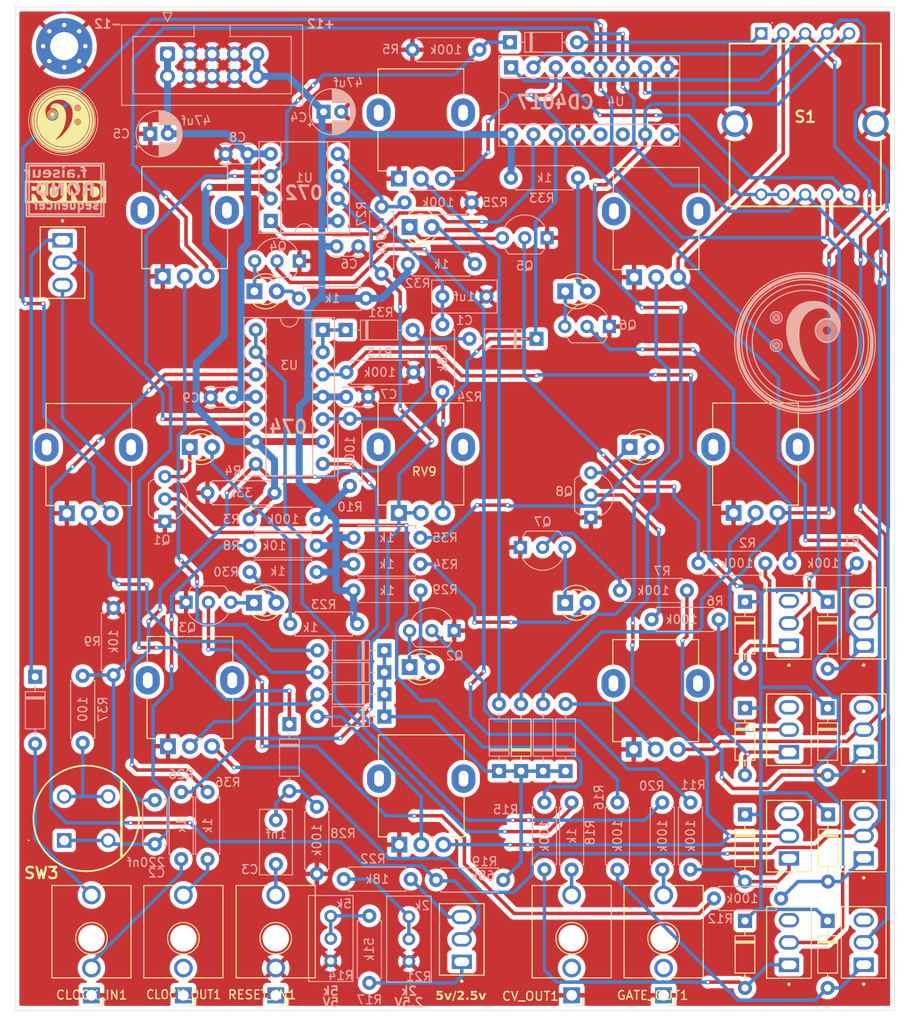
<source format=kicad_pcb>
(kicad_pcb (version 20240108) (generator "pcbnew") (generator_version "8.0")
  (layers (0 "F.Cu" signal) (31 "B.Cu" signal) (34 "B.Paste" user) (35 "F.Paste" user) (36 "B.SilkS" user "B.Silkscreen") (37 "F.SilkS" user "F.Silkscreen") (38 "B.Mask" user) (39 "F.Mask" user) (44 "Edge.Cuts" user))
  (net 0 "")
  (net 1 "Net-(D11-K)")
  (net 2 "Net-(U1B--)")
  (net 3 "Net-(D13-A)")
  (net 5 "/STEP3")
  (net 6 "Net-(C2-Pad1)")
  (net 7 "Net-(D8-K)")
  (net 8 "Net-(SW10-A)")
  (net 9 "Net-(D3-A)")
  (net 11 "/STEP1")
  (net 13 "/STEP8")
  (net 14 "Net-(D28-A)")
  (net 15 "/STEP7")
  (net 16 "Net-(D27-A)")
  (net 19 "/STEP6")
  (net 20 "Net-(D22-A)")
  (net 21 "Net-(D21-A)")
  (net 23 "/STEP5")
  (net 25 "Net-(D14-A)")
  (net 26 "/STEP4")
  (net 27 "Net-(D4-A)")
  (net 28 "/STEP2")
  (net 30 "Net-(Q2-B)")
  (net 31 "Net-(D19-A)")
  (net 32 "+12V")
  (net 33 "Net-(SW11-C)")
  (net 34 "GND")
  (net 35 "Net-(SW10-B)")
  (net 36 "Net-(Q6-B)")
  (net 37 "Net-(Q5-B)")
  (net 38 "VREF")
  (net 39 "Net-(Q8-B)")
  (net 40 "Net-(CLOCK_OUT1-PadT)")
  (net 41 "/CLOCK")
  (net 42 "Net-(Q3-B)")
  (net 43 "Net-(D11-A)")
  (net 44 "Net-(R26-Pad1)")
  (net 45 "Net-(U1B-+)")
  (net 46 "Net-(CLOCK_IN1-PadTN)")
  (net 47 "Net-(R24-Pad2)")
  (net 48 "Net-(LED1-A)")
  (net 49 "Net-(R21-Pad2)")
  (net 50 "Net-(R20-Pad2)")
  (net 51 "Net-(GATE_OUT1-PadT)")
  (net 52 "CV_OUT")
  (net 53 "Net-(U3D--)")
  (net 54 "Net-(CV_OUT1-PadT)")
  (net 55 "Net-(R14-Pad2)")
  (net 56 "Net-(Q4-B)")
  (net 57 "Net-(Q7-B)")
  (net 58 "Net-(Q1-B)")
  (net 59 "GATE_OUT")
  (net 60 "Net-(D5-A)")
  (net 61 "Net-(LED1-K)")
  (net 62 "Net-(LED2-K)")
  (net 63 "Net-(LED2-A)")
  (net 64 "Net-(LED3-K)")
  (net 65 "Net-(LED3-A)")
  (net 66 "Net-(LED4-K)")
  (net 67 "Net-(LED4-A)")
  (net 68 "Net-(LED5-A)")
  (net 69 "-12v")
  (net 70 "Net-(LED5-K)")
  (net 71 "/RESET")
  (net 72 "/STEP9")
  (net 73 "Net-(D20-K)")
  (net 74 "Net-(R37-Pad2)")
  (net 75 "Net-(D8-A)")
  (net 76 "Net-(D7-A)")
  (net 77 "Net-(C3-Pad1)")
  (net 81 "Net-(D6-A)")
  (net 82 "Net-(D15-A)")
  (net 83 "Net-(D16-A)")
  (net 84 "Net-(D23-A)")
  (net 85 "Net-(D24-A)")
  (net 86 "Net-(D29-A)")
  (net 87 "Net-(D30-A)")
  (net 90 "Net-(SW11-B)")
  (net 91 "Net-(SW10-C)")
  (net 92 "Net-(LED6-K)")
  (net 93 "Net-(LED6-A)")
  (net 94 "Net-(LED7-A)")
  (net 95 "Net-(LED7-K)")
  (net 96 "Net-(LED8-K)")
  (net 97 "Net-(LED8-A)")
  (footprint "LOGOS:1cm LOGO neg kicad" (layer "F.Cu") (at 55.079277 62.9)
    (property "Reference" "G***" (hide yes))
    (property "Value" "LOGO" (hide yes))
  )
  (footprint "LED_THT:LED_D3.0mm" (layer "F.Cu") (at 76.775 117.7)
    (property "Reference" "LED6" (hide yes))
    (property "Value" "LED")
  )
  (footprint "SMTS submini toggle switch SPDT pcb mount - 2MS1T1B1M2QES:SW_2MS1T1B1M2QES" (layer "F.Cu") (at 137.6 120.035 90)
    (property "Reference" "SW1" (hide yes))
    (property "Value" "SMTS-201")
  )
  (footprint "Push Switch PCB:D6F90F1LFS" (layer "F.Cu") (at 55.2 144.7)
    (property "Reference" "SW3")
    (property "Value" "next step" (hide yes))
  )
  (footprint "Potentiometer_THT:Potentiometer_Alpha_RD901F-40-00D_Single_Vertical" (layer "F.Cu") (at 66.4 80.6 90)
    (property "Reference" "RV8" (hide yes))
    (property "Value" "B100k")
  )
  (footprint "Potentiometer_THT:Potentiometer_Alpha_RD901F-40-00D_Single_Vertical" (layer "F.Cu") (at 93.25 107.475 90)
    (property "Reference" "RV9")
    (property "Value" "B250k-1M")
  )
  (footprint "Diode_THT:D_DO-35_SOD27_P7.62mm_Horizontal" (layer "F.Cu") (at 107.15 136.82 90)
    (property "Reference" "D6" (hide yes))
    (property "Value" "1N4148")
  )
  (footprint "SMTS submini toggle switch SPDT pcb mount - 2MS1T1B1M2QES:SW_2MS1T1B1M2QES" (layer "F.Cu") (at 146.1 144.1967 90)
    (property "Reference" "SW7" (hide yes))
    (property "Value" "SMTS-201")
  )
  (footprint "Diode_THT:D_DO-35_SOD27_P7.62mm_Horizontal" (layer "F.Cu") (at 142 153.84 -90)
    (property "Reference" "D28" (hide yes))
    (property "Value" "1N4148")
  )
  (footprint "SMTS submini toggle switch SPDT pcb mount - 2MS1T1B1M2QES:SW_2MS1T1B1M2QES" (layer "F.Cu") (at 137.6 132.1233 90)
    (property "Reference" "SW4" (hide yes))
    (property "Value" "SMTS-201")
  )
  (footprint "LED_THT:LED_D3.0mm" (layer "F.Cu") (at 94.475 125)
    (property "Reference" "LED5" (hide yes))
    (property "Value" "LED")
  )
  (footprint "SMTS submini toggle switch SPDT pcb mount - 2MS1T1B1M2QES:SW_2MS1T1B1M2QES" (layer "F.Cu") (at 146.1 156.285 90)
    (property "Reference" "SW9" (hide yes))
    (property "Value" "SMTS-201")
  )
  (footprint "Rotary Switch PCB:SR1712F010820F0AN9N027" (layer "F.Cu") (at 134.45 53 180)
    (property "Reference" "S1")
    (property "Value" "SR1712F-0108-20F0A-N9-N-027" (hide yes))
  )
  (footprint "SMTS submini toggle switch SPDT pcb mount - 2MS1T1B1M2QES:SW_2MS1T1B1M2QES" (layer "F.Cu") (at 146.1 120.02 90)
    (property "Reference" "SW2" (hide yes))
    (property "Value" "SMTS-201")
  )
  (footprint "Potentiometer_THT:Potentiometer_Alpha_RD901F-40-00D_Single_Vertical" (layer "F.Cu") (at 120 80.7 90)
    (property "Reference" "RV2" (hide yes))
    (property "Value" "B100k")
  )
  (footprint "SMTS submini toggle switch SPDT pcb mount - 2MS1T1B1M2QES:SW_2MS1T1B1M2QES" (layer "F.Cu") (at 55.010717 79.045288 -90)
    (property "Reference" "SW11" (hide yes))
    (property "Value" "run/tune")
  )
  (footprint "Potentiometer_THT:Potentiometer_Alpha_RD901F-40-00D_Single_Vertical" (layer "F.Cu") (at 67 134 90)
    (property "Reference" "RV6" (hide yes))
    (property "Value" "B100k")
  )
  (footprint "Connector_Audio:Jack_3.5mm_QingPu_WQP-PJ398SM_Vertical_CircularHoles" (layer "F.Cu") (at 79.25 162.3 180)
    (property "Reference" "RESET_IN1")
    (property "Value" "PJ3001F")
  )
  (footprint "LED_THT:LED_D3.0mm" (layer "F.Cu") (at 94.46 75)
    (property "Reference" "LED1" (hide yes))
    (property "Value" "LED")
  )
  (footprint "Connector_Audio:Jack_3.5mm_QingPu_WQP-PJ398SM_Vertical_CircularHoles" (layer "F.Cu") (at 58.3 162.3 180)
    (property "Reference" "CLOCK_IN1")
    (property "Value" "PJ3001F")
  )
  (footprint "Potentiometer_THT:Potentiometer_Alpha_RD901F-40-00D_Single_Vertical" (layer "F.Cu") (at 93.3 145.175 90)
    (property "Reference" "RV5" (hide yes))
    (property "Value" "B100k")
  )
  (footprint "Connector_Audio:Jack_3.5mm_QingPu_WQP-PJ398SM_Vertical_CircularHoles" (layer "F.Cu") (at 123.35 162.3 180)
    (property "Reference" "GATE_OUT1")
    (property "Value" "PJ3001F")
  )
  (footprint "SMTS submini toggle switch SPDT pcb mount - 2MS1T1B1M2QES:SW_2MS1T1B1M2QES" (layer "F.Cu") (at 137.6 144.2117 90)
    (property "Reference" "SW6" (hide yes))
    (property "Value" "SMTS-201")
  )
  (footprint "Diode_THT:D_DO-35_SOD27_P7.62mm_Horizontal" (layer "F.Cu") (at 142 129.6633 -90)
    (property "Reference" "D14" (hide yes))
    (property "Value" "1N4148")
  )
  (footprint "Potentiometer_THT:Potentiometer_Alpha_RD901F-40-00D_Single_Vertical" (layer "F.Cu") (at 119.95 134.35 90)
    (property "Reference" "RV4" (hide yes))
    (property "Value" "B100k")
  )
  (footprint "SMTS submini toggle switch SPDT pcb mount - 2MS1T1B1M2QES:SW_2MS1T1B1M2QES" (layer "F.Cu") (at 100.4 155.945 90)
    (property "Reference" "SW10" (hide yes))
    (property "Value" "5v/2.5v")
  )
  (footprint "Diode_THT:D_DO-35_SOD27_P7.62mm_Horizontal" (layer "F.Cu") (at 132.6 141.7517 -90)
    (property "Reference" "D21" (hide yes))
    (property "Value" "1N4148")
  )
  (footprint "Diode_THT:D_DO-35_SOD27_P7.62mm_Horizontal" (layer "F.Cu") (at 132.6 153.84 -90)
    (property "Reference" "D27" (hide yes))
    (property "Value" "1N4148")
  )
  (footprint "Connector_Audio:Jack_3.5mm_QingPu_WQP-PJ398SM_Vertical_CircularHoles" (layer "F.Cu") (at 112.9 162.3 180)
    (property "Reference" "CV_OUT1")
    (property "Value" "PJ3001F")
  )
  (footprint "Diode_THT:D_DO-35_SOD27_P7.62mm_Horizontal" (layer "F.Cu") (at 132.6 129.6633 -90)
    (property "Reference" "D13" (hide yes))
    (property "Value" "1N4148")
  )
  (footprint "LED_THT:LED_D3.0mm" (layer "F.Cu") (at 112.175 82.3)
    (property "Reference" "LED2" (hide yes))
    (property "Value" "LED")
  )
  (footprint "MountingHole:MountingHole_3.2mm_M3_Pad_Via" (layer "F.Cu") (at 55.2029 54.4471)
    (property "Reference" "H1" (hide yes))
    (property "Value" "MountingHole" (hide yes))
  )
  (footprint "SMTS submini toggle switch SPDT pcb mount - 2MS1T1B1M2QES:SW_2MS1T1B1M2QES" (layer "F.Cu") (at 146.1 132.1083 90)
    (property "Reference" "SW5" (hide yes))
    (property "Value" "SMTS-201")
  )
  (footprint "Potentiometer_THT:Potentiometer_Alpha_RD901F-40-00D_Single_Vertical" (layer "F.Cu") (at 55.5 107.525 90)
    (property "Reference" "RV7" (hide yes))
    (property "Value" "B100k")
  )
  (footprint "LED_THT:LED_D3.0mm" (layer "F.Cu") (at 119.475 100)
    (property "Reference" "LED3" (hide yes))
    (property "Value" "LED")
  )
  (footprint "LED_THT:LED_D3.0mm" (layer "F.Cu") (at 76.825 82.3)
    (property "Reference" "LED8" (hide yes))
    (property "Value" "LED")
  )
  (footprint "Connector_Audio:Jack_3.5mm_QingPu_WQP-PJ398SM_Vertical_CircularHoles" (layer "F.Cu") (at 68.75 162.3 180)
    (property "Reference" "CLOCK_OUT1")
    (property "Value" "PJ3001F")
  )
  (footprint "Potentiometer_THT:Potentiometer_Alpha_RD901F-40-00D_Single_Vertical" (layer "F.Cu") (at 131.3 107.475 90)
    (property "Reference" "RV3" (hide yes))
    (property "Value" "B100k")
  )
  (footprint "Potentiometer_THT:Potentiometer_Alpha_RD901F-40-00D_Single_Vertical" (layer "F.Cu") (at 93.25 69.5 90)
    (property "Reference" "RV1" (hide yes))
    (property "Value" "B100k")
  )
  (footprint "Diode_THT:D_DO-35_SOD27_P7.62mm_Horizontal" (layer "F.Cu") (at 142 117.575 -90)
    (property "Reference" "D4" (hide yes))
    (property "Value" "1N4148")
  )
  (footprint "LED_THT:LED_D3.0mm" (layer "F.Cu") (at 112.15 117.7)
    (property "Reference" "LED4" (hide yes))
    (property "Value" "LED")
  )
  (footprint "SMTS submini toggle switch SPDT pcb mount - 2MS1T1B1M2QES:SW_2MS1T1B1M2QES" (layer "F.Cu") (at 137.6 156.3 90)
    (property "Reference" "SW8" (hide yes))
    (property "Value" "SMTS-201")
  )
  (footprint "Diode_THT:D_DO-35_SOD27_P7.62mm_Horizontal" (layer "F.Cu") (at 132.6 117.575 -90)
    (property "Reference" "D3" (hide yes))
    (property "Value" "1N4148")
  )
  (footprint "Diode_THT:D_DO-35_SOD27_P7.62mm_Horizontal" (layer "F.Cu") (at 142.04 141.7517 -90)
    (property "Reference" "D22" (hide yes))
    (property "Value" "1N4148")
  )
  (footprint "LED_THT:LED_D3.0mm" (layer "F.Cu") (at 69.475 100)
    (property "Reference" "LED7" (hide yes))
    (property "Value" "LED")
  )
  (footprint "Resistor_THT:R_Axial_DIN0207_L6.3mm_D2.5mm_P7.62mm_Horizontal" (layer "B.Cu") (at 129.08 151.3)
    (property "Reference" "R12")
    (property "Value" "100k")
  )
  (footprint "Resistor_THT:R_Axial_DIN0207_L6.3mm_D2.5mm_P7.62mm_Horizontal" (layer "B.Cu") (at 98.2 86.09 -90)
    (property "Reference" "R24")
    (property "Value" "6.8k")
  )
  (footprint "Diode_THT:D_DO-35_SOD27_P7.62mm_Horizontal" (layer "B.Cu") (at 91.6 130.625 180)
    (property "Reference" "D23" (hide yes))
    (property "Value" "1N4148")
  )
  (footprint "Resistor_THT:R_Axial_DIN0207_L6.3mm_D2.5mm_P7.62mm_Horizontal" (layer "B.Cu") (at 88.09 116.3)
    (property "Reference" "R29")
    (property "Value" "1k")
  )
  (footprint "Package_DIP:DIP-14_W7.62mm_Socket" (layer "B.Cu") (at 84.6 86.675 180)
    (property "Reference" "U3")
    (property "Value" "TL074")
  )
  (footprint "Resistor_THT:R_Axial_DIN0207_L6.3mm_D2.5mm_P7.62mm_Horizontal" (layer "B.Cu") (at 102.41 54.85 180)
    (property "Reference" "R5")
    (property "Value" "100k")
  )
  (footprint "Resistor_THT:R_Axial_DIN0207_L6.3mm_D2.5mm_P7.62mm_Horizontal" (layer "B.Cu") (at 60.8 118.29 -90)
    (property "Reference" "R9")
    (property "Value" "10k")
  )
  (footprint "Package_TO_SOT_THT:TO-92_Inline_Wide" (layer "B.Cu") (at 81.94 78.86 180)
    (property "Reference" "Q4")
    (property "Value" "2N3904")
  )
  (footprint "Capacitor_THT:C_Disc_D3.0mm_W2.0mm_P2.50mm" (layer "B.Cu") (at 87.25 94.3)
    (property "Reference" "C7")
    (property "Value" "100nf")
  )
  (footprint "Diode_THT:D_DO-35_SOD27_P7.62mm_Horizontal" (layer "B.Cu") (at 104.64 136.82 90)
    (property "Reference" "D5" (hide yes))
    (property "Value" "1N4148")
  )
  (footprint "Resistor_THT:R_Axial_DIN0207_L6.3mm_D2.5mm_P7.62mm_Horizontal" (layer "B.Cu") (at 97.49 149.2)
    (property "Reference" "R19")
    (property "Value" "68k")
  )
  (footprint "Capacitor_THT:CP_Radial_D5.0mm_P2.00mm" (layer "B.Cu") (at 64.989775 64.399999)
    (property "Reference" "C5")
    (property "Value" "47uf")
  )
  (footprint "Resistor_THT:R_Axial_DIN0207_L6.3mm_D2.5mm_P7.62mm_Horizontal" (layer "B.Cu") (at 71.5 146.82 90)
    (property "Reference" "R36")
    (property "Value" "1k")
  )
  (footprint "Diode_THT:D_DO-35_SOD27_P7.62mm_Horizontal" (layer "B.Cu") (at 109.65 136.82 90)
    (property "Reference" "D15" (hide yes))
    (property "Value" "1N4148")
  )
  (footprint "Package_TO_SOT_THT:TO-92_Inline_Wide" (layer "B.Cu") (at 107.06 111.4)
    (property "Reference" "Q7")
    (property "Value" "2N3904")
  )
  (footprint "Package_TO_SOT_THT:TO-92_Inline_Wide" (layer "B.Cu") (at 69.06 117.64)
    (property "Reference" "Q3")
    (property "Value" "2N3904")
  )
  (footprint "Resistor_THT:R_Axial_DIN0207_L6.3mm_D2.5mm_P7.62mm_Horizontal" (layer "B.Cu") (at 87.69 104.41 90)
    (property "Reference" "R10")
    (property "Value" "100k")
  )
  (footprint "Resistor_THT:R_Axial_DIN0207_L6.3mm_D2.5mm_P7.62mm_Horizontal" (layer "B.Cu") (at 88.08 113.3)
    (property "Reference" "R34")
    (property "Value" "1k")
  )
  (footprint "Resistor_THT:R_Axial_DIN0207_L6.3mm_D2.5mm_P7.62mm_Horizontal" (layer "B.Cu") (at 105.99 69.4)
    (property "Reference" "R33")
    (property "Value" "1k")
  )
  (footprint "Package_TO_SOT_THT:TO-92_Inline_Wide" (layer "B.Cu") (at 99.54 120.86 180)
    (property "Reference" "Q2")
    (property "Value" "2N3904")
  )
  (footprint "Resistor_THT:R_Axial_DIN0207_L6.3mm_D2.5mm_P7.62mm_Horizontal" (layer "B.Cu") (at 83.9 114.2 180)
    (property "Reference" "R30")
    (property "Value" "1k")
  )
  (footprint "Resistor_THT:R_Axial_DIN0207_L6.3mm_D2.5mm_P7.62mm_Horizontal" (layer "B.Cu") (at 127.3 113.2)
    (property "Reference" "R2")
    (property "Value" "100k")
  )
  (footprint "Diode_THT:D_DO-35_SOD27_P7.62mm_Horizontal" (layer "B.Cu") (at 105.88 54)
    (property "Reference" "D7" (hide yes))
    (property "Value" "1N4148")
  )
  (footprint "Potentiometer_THT:Potentiometer_Bourns_3296W_Vertical" (layer "B.Cu") (at 85.5 158.39 -90)
    (property "Reference" "R14")
    (property "Value" "5k")
  )
  (footprint "Resistor_THT:R_Axial_DIN0207_L6.3mm_D2.5mm_P7.62mm_Horizontal" (layer "B.Cu") (at 83.91 108.2 180)
    (property "Reference" "R3")
    (property "Value" "100k")
  )
  (footprint "Resistor_THT:R_Axial_DIN0207_L6.3mm_D2.5mm_P7.62mm_Horizontal" (layer "B.Cu") (at 94.9 91.5 180)
    (property "Reference" "R13")
    (property "Value" "100k")
  )
  (footprint "Resistor_THT:R_Axial_DIN0207_L6.3mm_D2.5mm_P7.62mm_Horizontal" (layer "B.Cu") (at 118.1 140.39 -90)
    (property "Reference" "R16")
    (property "Value" "100k")
  )
  (footprint "Capacitor_THT:C_Disc_D3.0mm_W2.0mm_P2.50mm" (layer "B.Cu") (at 74.35 94.35 180)
    (property "Reference" "C9")
    (property "Value" "100nf")
  )
  (footprint "Capacitor_THT:C_Rect_L7.2mm_W3.5mm_P5.00mm_FKS2_FKP2_MKS2_MKP2" (layer "B.Cu") (at 79.275 147.39 90)
    (property "Reference" "C3")
    (property "Value" "1nf")
  )
  (footprint "Package_DIP:DIP-16_W7.62mm_Socket" (layer "B.Cu") (at 106.01 56.86 -90)
    (property "Reference" "U4")
    (property "Value" "4017")
  )
  (footprint "Capacitor_THT:C_Disc_D5.0mm_W2.5mm_P5.00mm" (layer "B.Cu") (at 65.5 145.125 90)
    (property "Reference" "C2")
    (property "Value" "220nf")
  )
  (footprint "Resistor_THT:R_Axial_DIN0207_L6.3mm_D2.5mm_P7.62mm_Horizontal" (layer "B.Cu") (at 123.2 148.01 90)
    (property "Reference" "R20")
    (property "Value" "100k")
  )
  (footprint "Capacitor_THT:C_Rect_L7.2mm_W3.5mm_P5.00mm_FKS2_FKP2_MKS2_MKP2" (layer "B.Cu") (at 98.2 82.9)
    (property "Reference" "C1")
    (property "Value" "1uf")
  )
  (footprint "Package_TO_SOT_THT:TO-92_Inline_Wide" (layer "B.Cu") (at 66.64 108.44 90)
    (property "Reference" "Q1")
    (property "Value" "2N3904")
  )
  (footprint "Resistor_THT:R_Axial_DIN0207_L6.3mm_D2.5mm_P7.62mm_Horizontal" (layer "B.Cu") (at 88.08 110.3)
    (property "Reference" "R35")
    (property "Value" "1k")
  )
  (footprint "Diode_THT:D_DO-35_SOD27_P7.62mm_Horizontal" (layer "B.Cu") (at 87.2 86.7)
    (property "Reference" "D20" (hide yes))
    (property "Value" "1N4148")
  )
  (footprint "Diode_THT:D_DO-35_SOD27_P7.62mm_Horizontal" (layer "B.Cu") (at 91.59 125.6 180)
    (property "Reference" "D29" (hide yes))
    (property "Value" "1N4148")
  )
  (footprint "Resistor_THT:R_Axial_DIN0207_L6.3mm_D2.5mm_P7.62mm_Horizontal" (layer "B.Cu") (at 121.99 119.59)
    (property "Reference" "R6")
    (property "Value" "100k")
  )
  (footprint "Potentiometer_THT:Potentiometer_Bourns_3296W_Vertical" (layer "B.Cu") (at 94.39 158.45 -90)
    (property "Reference" "R21")
    (property "Value" "2k")
  )
  (footprint "Resistor_THT:R_Axial_DIN0207_L6.3mm_D2.5mm_P7.62mm_Horizontal" (layer "B.Cu") (at 137.69 113.2)
    (property "Reference" "R1")
    (property "Value" "100k")
  )
  (footprint "Resistor_THT:R_Axial_DIN0207_L6.3mm_D2.5mm_P7.62mm_Horizontal" (layer "B.Cu") (at 118.38 116.3)
    (property "Reference" "R7")
    (property "Value" "100k")
  )
  (footprint "Resistor_THT:R_Axial_DIN0207_L6.3mm_D2.5mm_P7.62mm_Horizontal" (layer "B.Cu") (at 79.11 105.2 180)
    (property "Reference" "R4")
    (property "Value" "33k")
  )
  (footprint "Diode_THT:D_DO-35_SOD27_P7.62mm_Horizontal" (layer "B.Cu") (at 51.9 126.1 -90)
    (property "Reference" "D8" (hide yes))
    (property "Value" "1N4148")
  )
  (footprint "Diode_THT:D_DO-35_SOD27_P7.62mm_Horizontal" (layer "B.Cu") (at 80.8 131.48 -90)
    (property "Reference" "D11" (hide yes))
    (property "Value" "1N4148")
  )
  (footprint "Connector_IDC:IDC-Header_2x05_P2.54mm_Vertical" (layer "B.Cu") (at 66.94 55.335 -90)
    (property "Reference" "J1" (hide yes))
    (property "Value" "POWER")
  )
  (footprint "Capacitor_THT:CP_Radial_D5.0mm_P2.00mm" (layer "B.Cu") (at 84.689775 61.899999)
    (property "Reference" "C4")
    (property "Value" "47uf")
  )
  (footprint "Resistor_THT:R_Axial_DIN0207_L6.3mm_D2.5mm_P7.62mm_Horizontal" (layer "B.Cu") (at 89.89 160.89 90)
    (property "Reference" "R17")
    (property "Value" "51k")
  )
  (footprint "Resistor_THT:R_Axial_DIN0207_L6.3mm_D2.5mm_P7.62mm_Horizontal" (layer "B.Cu") (at 109.8 148 90)
    (property "Reference" "R15")
    (property "Value" "100k")
  )
  (footprint "Resistor_THT:R_Axial_DIN0207_L6.3mm_D2.5mm_P7.62mm_Horizontal" (layer "B.Cu") (at 94.28 79.2)
    (property "Reference" "R32")
    (property "Value" "1k")
  )
  (footprint "Resistor_THT:R_Axial_DIN0207_L6.3mm_D2.5mm_P7.62mm_Horizontal" (layer "B.Cu") (at 94.6 149.1 180)
    (property "Reference" "R22")
    (property "Value" "18k")
  )
  (footprint "Package_DIP:DIP-8_W7.62mm_Socket" (layer "B.Cu") (at 78.68 74.3)
    (property "Reference" "U1")
    (property "Value" "TL072")
  )
  (footprint "Resistor_THT:R_Axial_DIN0207_L6.3mm_D2.5mm_P7.62mm_Horizontal" (layer "B.Cu") (at 89.5 83.1 180)
    (property "Reference" "R31")
    (property "Value" "1k")
  )
  (footprint "Capacitor_THT:C_Disc_D3.0mm_W2.0mm_P2.50mm" (layer "B.Cu") (at 76.05 66.7 180)
    (property "Reference" "C8")
    (property "Value" "100nf")
  )
  (footprint "Package_TO_SOT_THT:TO-92_Inline_Wide" (layer "B.Cu") (at 115.08 108 90)
    (property "Reference" "Q8")
    (property "Value" "2N3904")
  )
  (footprint "Diode_THT:D_DO-35_SOD27_P7.62mm_Horizontal" (layer "B.Cu") (at 91.61 128.1 180)
    (property "Reference" "D24" (hide yes))
    (property "Value" "1N4148")
  )
  (footprint "Package_TO_SOT_THT:TO-92_Inline_Wide" (layer "B.Cu") (at 117.18 86.3 180)
    (property "Reference" "Q6")
    (property "Value" "2N3904")
  )
  (footprint "Resistor_THT:R_Axial_DIN0207_L6.3mm_D2.5mm_P7.62mm_Horizontal" (layer "B.Cu") (at 126.4 140.39 -90)
    (property "Reference" "R11")
    (property "Value" "100k")
  )
  (footprint "Resistor_THT:R_Axial_DIN0207_L6.3mm_D2.5mm_P7.62mm_Horizontal" (layer "B.Cu") (at 57.3 125.99 -90)
    (property "Reference" "R37")
    (property "Value" "100")
  )
  (footprint "Resistor_THT:R_Axial_DIN0207_L6.3mm_D2.5mm_P7.62mm_Horizontal" (layer "B.Cu") (at 112.89 148.01 90)
    (property "Reference" "R18")
    (property "Value" "1k")
  )
  (footprint "Diode_THT:D_DO-35_SOD27_P7.62mm_Horizontal" (layer "B.Cu") (at 108.9 87.7 180)
    (property "Reference" "D19" (hide yes))
    (property "Value" "1N4148")
  )
  (footprint "Resistor_THT:R_Axial_DIN0207_L6.3mm_D2.5mm_P7.62mm_Horizontal" (layer "B.Cu") (at 76.29 111.2)
    (property "Reference" "R8")
    (property "Value" "10k")
  )
  (footprint "LOGOS:2cm LOGO kicad" (layer "B.Cu") (at 139.45 88.15 180)
    (property "Reference" "G***" (hide yes))
    (property "Value" "LOGO" (hide yes))
  )
  (footprint "Resistor_THT:R_Axial_DIN0207_L6.3mm_D2.5mm_P7.62mm_Horizontal" (layer "B.Cu") (at 83.92 140.875 -90)
    (property "Reference" "R28")
    (property "Value" "100k")
  )
  (footprint "Diode_THT:D_DO-35_SOD27_P7.62mm_Horizontal" (layer "B.Cu") (at 91.6 123.1 180)
    (property "Reference" "D30" (hide yes))
    (property "Value" "1N4148")
  )
  (footprint "Resistor_THT:R_Axial_DIN0207_L6.3mm_D2.5mm_P7.62mm_Horizontal" (layer "B.Cu") (at 68.5 139.2 -90)
    (property "Reference" "R26")
    (property "Value" "1k")
  )
  (footprint "Diode_THT:D_DO-35_SOD27_P7.62mm_Horizontal" (layer "B.Cu") (at 112.2 136.82 90)
    (property "Reference" "D16" (hide yes))
    (property "Value" "1N4148")
  )
  (footprint "Capacitor_THT:C_Disc_D3.0mm_W2.0mm_P2.50mm" (layer "B.Cu") (at 86.15 77.2)
    (property "Reference" "C6")
    (property "Value" "100nf")
  )
  (footprint "Resistor_THT:R_Axial_DIN0207_L6.3mm_D2.5mm_P7.62mm_Horizontal" (layer "B.Cu") (at 88.52 120.1 180)
    (property "Reference" "R23")
    (property "Value" "1k")
  )
  (footprint "Resistor_THT:R_Axial_DIN0207_L6.3mm_D2.5mm_P7.62mm_Horizontal" (layer "B.Cu") (at 91.29 80.31 90)
    (property "Reference" "R27")
    (property "Value" "100k")
  )
  (footprint "Resistor_THT:R_Axial_DIN0207_L6.3mm_D2.5mm_P7.62mm_Horizontal" (layer "B.Cu") (at 101.52 72.2 180)
    (property "Reference" "R25")
    (property "Value" "100k")
  )
  (footprint "Package_TO_SOT_THT:TO-92_Inline_Wide" (layer "B.Cu") (at 110.1 76.22 180)
    (property "Reference" "Q5")
    (property "Value" "2N3904")
  )
  (gr_rect (start 50.9 67.785288) (end 59.7 73.785288) (stroke (width 0.2)) (fill none) (layer "B.SilkS"))
  (gr_rect (start 51.2 68.035288) (end 59.4 73.535288) (stroke (width 0.2)) (fill none) (layer "B.SilkS"))
  (gr_line (start 61.7 137.925) (end 61.7 146.475) (stroke (width 0.3)) (layer "F.SilkS"))
  (gr_rect (start 49.6 50) (end 149.6 164) (stroke (width 0.05)) (fill none) (layer "Edge.Cuts"))
  (gr_text "ROND\n" (at 55.3 71.7 -0) (layer "B.SilkS") (effects (font (size 1.5 1.5) (thickness 0.3) (bold yes)) (justify bottom mirror)))
  (gr_text "072" (at 84.78 72 0) (layer "B.SilkS") (effects (font (size 1.5 1.5) (thickness 0.3) (bold yes)) (justify left bottom mirror)))
  (gr_text "f.aiseur" (at 57.8 69.6 0) (layer "B.SilkS") (effects (font (size 1.2 1.2) (thickness 0.1625)) (justify left bottom mirror)))
  (gr_text "-12" (at 61.9 52.5 -0) (layer "B.SilkS") (effects (font (size 1 1) (thickness 0.2) (bold yes)) (justify left bottom mirror)))
  (gr_text "5V" (at 85.5 163.7 0) (layer "B.SilkS") (effects (font (size 1 1) (thickness 0.2) (bold yes)) (justify bottom mirror)))
  (gr_text "CD4017" (at 115.6 61.7 -0) (layer "B.SilkS") (effects (font (size 1.5 1.5) (thickness 0.3) (bold yes)) (justify left bottom mirror)))
  (gr_text "2.5V" (at 94.4 163.7 0) (layer "B.SilkS") (effects (font (size 1 1) (thickness 0.2) (bold yes)) (justify bottom mirror)))
  (gr_text "2k" (at 94.4 162.4 0) (layer "B.SilkS") (effects (font (size 1 1) (thickness 0.2) (bold yes)) (justify bottom mirror)))
  (gr_text "+12" (at 86.1 52.5 -0) (layer "B.SilkS") (effects (font (size 1 1) (thickness 0.2) (bold yes)) (justify left bottom mirror)))
  (gr_text "074" (at 83 98.6 -0) (layer "B.SilkS") (effects (font (size 1.5 1.5) (thickness 0.3) (bold yes)) (justify left bottom mirror)))
  (gr_text "5k" (at 85.5 162.4 0) (layer "B.SilkS") (effects (font (size 1 1) (thickness 0.2) (bold yes)) (justify bottom mirror)))
  (gr_text "sequencer" (at 59.360715 73.065288 -0) (layer "B.SilkS") (effects (font (size 1 1) (thickness 0.25) (bold yes)) (justify left bottom mirror)))
  (gr_text "ROND" (at 55.3 71.185288 0) (layer "F.SilkS" knockout) (effects (font (size 2 2) (thickness 0.3) (bold yes))))
  (segment (start 63.7 122.8) (end 65.7 122.8) (width 0.4) (layer "F.Cu") (net 1))
  (segment (start 74.62 69.22) (end 74.6 69.2) (width 0.4) (layer "F.Cu") (net 1))
  (segment (start 80.8 127.7) (end 80.8 131.48) (width 0.4) (layer "F.Cu") (net 1))
  (segment (start 81.8 60.6) (end 83.5 58.9) (width 0.4) (layer "F.Cu") (net 1))
  (segment (start 78.68 69.22) (end 74.62 69.22) (width 0.4) (layer "F.Cu") (net 1))
  (via (at 74.6 69.2) (size 0.5) (drill 0.3) (layers "F.Cu" "B.Cu") (net 1))
  (via (at 65.7 122.8) (size 0.5) (drill 0.3) (layers "F.Cu" "B.Cu") (net 1))
  (via (at 63.7 122.8) (size 0.5) (drill 0.3) (layers "F.Cu" "B.Cu") (net 1))
  (via (at 83.5 58.9) (size 0.5) (drill 0.3) (layers "F.Cu" "B.Cu") (net 1))
  (via (at 80.8 127.7) (size 0.5) (drill 0.3) (layers "F.Cu" "B.Cu") (net 1))
  (via (at 81.8 60.6) (size 0.5) (drill 0.3) (layers "F.Cu" "B.Cu") (net 1))
  (segment (start 80.5 67.4) (end 78.68 69.22) (width 0.4) (layer "B.Cu") (net 1))
  (segment (start 81.8 60.6) (end 80.5 61.9) (width 0.4) (layer "B.Cu") (net 1))
  (segment (start 63.7 103.9) (end 63.7 122.8) (width 0.4) (layer "B.Cu") (net 1))
  (segment (start 67.65 122.8) (end 73.55 128.7) (width 0.4) (layer "B.Cu") (net 1))
  (segment (start 102.41 54.85) (end 99.56 57.7) (width 0.4) (layer "B.Cu") (net 1))
  (segment (start 71.275 69.2) (end 64.5 75.975) (width 0.4) (layer "B.Cu") (net 1))
  (segment (start 64.5 75.975) (end 64.5 90.45) (width 0.4) (layer "B.Cu") (net 1))
  (segment (start 99.56 57.7) (end 84.7 57.7) (width 0.4) (layer "B.Cu") (net 1))
  (segment (start 73.55 128.7) (end 75.8 128.7) (width 0.4) (layer "B.Cu") (net 1))
  (segment (start 74.6 69.2) (end 71.275 69.2) (width 0.4) (layer "B.Cu") (net 1))
  (segment (start 84.7 57.7) (end 83.5 58.9) (width 0.4) (layer "B.Cu") (net 1))
  (segment (start 64.5 90.45) (end 67.3 93.25) (width 0.4) (layer "B.Cu") (net 1))
  (segment (start 67.3 93.25) (end 67.3 100.3) (width 0.4) (layer "B.Cu") (net 1))
  (segment (start 105.88 54) (end 103.26 54) (width 0.4) (layer "B.Cu") (net 1))
  (segment (start 80.5 61.9) (end 80.5 67.4) (width 0.4) (layer "B.Cu") (net 1))
  (segment (start 75.8 128.7) (end 76.8 127.7) (width 0.4) (layer "B.Cu") (net 1))
  (segment (start 67.3 100.3) (end 63.7 103.9) (width 0.4) (layer "B.Cu") (net 1))
  (segment (start 65.7 122.8) (end 67.65 122.8) (width 0.4) (layer "B.Cu") (net 1))
  (segment (start 76.8 127.7) (end 80.8 127.7) (width 0.4) (layer "B.Cu") (net 1))
  (segment (start 103.26 54) (end 102.41 54.85) (width 0.4) (layer "B.Cu") (net 1))
  (segment (start 98.2 86.09) (end 98.2 82.9) (width 0.4) (layer "B.Cu") (net 2))
  (segment (start 98.2 81.297057) (end 98.2 82.9) (width 0.4) (layer "B.Cu") (net 2))
  (segment (start 86.3 69.397057) (end 98.2 81.297057) (width 0.4) (layer "B.Cu") (net 2))
  (segment (start 86.3 69.22) (end 86.3 69.397057) (width 0.4) (layer "B.Cu") (net 2))
  (segment (start 137.6 134.6633) (end 133.1367 134.6633) (width 0.4) (layer "F.Cu") (net 3))
  (segment (start 132.9 134.9) (end 132.6 135.2) (width 0.4) (layer "F.Cu") (net 3))
  (segment (start 133.1367 134.6633) (end 132.9 134.9) (width 0.4) (layer "F.Cu") (net 3))
  (segment (start 132.6 135.2) (end 132.6 137.2833) (width 0.4) (layer "F.Cu") (net 3))
  (via (at 132.9 134.9) (size 0.5) (drill 0.3) (layers "F.Cu" "B.Cu") (net 3))
  (segment (start 129.61 131.61) (end 132.9 134.9) (width 0.4) (layer "B.Cu") (net 3))
  (segment (start 129.61 119.59) (end 129.61 131.61) (width 0.4) (layer "B.Cu") (net 3))
  (segment (start 133.3267 132.1233) (end 133.3 132.15) (width 0.4) (layer "F.Cu") (net 5))
  (segment (start 146.75 73.4) (end 142.15 78) (width 0.4) (layer "F.Cu") (net 5))
  (segment (start 146.75 71.4) (end 146.75 73.4) (width 0.4) (layer "F.Cu") (net 5))
  (segment (start 139.45 53) (end 142.75 56.3) (width 0.4) (layer "F.Cu") (net 5))
  (segment (start 137.6 132.1233) (end 133.3267 132.1233) (width 0.4) (layer "F.Cu") (net 5))
  (segment (start 142.15 78) (end 142.15 78.8) (width 0.4) (layer "F.Cu") (net 5))
  (segment (start 142.75 56.3) (end 142.8 56.3) (width 0.4) (layer "F.Cu") (net 5))
  (segment (start 142.125 107.475) (end 136.3 107.475) (width 0.4) (layer "F.Cu") (net 5))
  (via (at 142.8 56.3) (size 0.5) (drill 0.3) (layers "F.Cu" "B.Cu") (net 5))
  (via (at 133.3 132.15) (size 0.5) (drill 0.3) (layers "F.Cu" "B.Cu") (net 5))
  (via (at 146.75 71.4) (size 0.5) (drill 0.3) (layers "F.Cu" "B.Cu") (net 5))
  (via (at 142.125 107.475) (size 0.5) (drill 0.3) (layers "F.Cu" "B.Cu") (net 5))
  (via (at 142.15 78.8) (size 0.5) (drill 0.3) (layers "F.Cu" "B.Cu") (net 5))
  (segment (start 142.15 107.45) (end 142.125 107.475) (width 0.4) (layer "B.Cu") (net 5))
  (segment (start 142.15 78.8) (end 142.15 107.45) (width 0.4) (layer "B.Cu") (net 5))
  (segment (start 130.9 115.680761) (end 133.2 113.380761) (width 0.4) (layer "B.Cu") (net 5))
  (segment (start 136.19 56.26) (end 136.19 56.31) (width 0.4) (layer "B.Cu") (net 5))
  (segment (start 142.8 65.85) (end 142.8 56.3) (width 0.4) (layer "B.Cu") (net 5))
  (segment (start 115.07 58.3) (end 113.63 56.86) (width 0.4) (layer "B.Cu") (net 5))
  (segment (start 133.2 112.4) (end 136.3 109.3) (width 0.4) (layer "B.Cu") (net 5))
  (segment (start 136.19 56.31) (end 134.2 58.3) (width 0.4) (layer "B.Cu") (net 5))
  (segment (start 136.3 109.3) (end 136.3 107.475) (width 0.4) (layer "B.Cu") (net 5))
  (segment (start 133.3 132.15) (end 132.31835 132.15) (width 0.4) (layer "B.Cu") (net 5))
  (segment (start 146.75 69.8) (end 142.8 65.85) (width 0.4) (layer "B.Cu") (net 5))
  (segment (start 139.45 53) (end 136.19 56.26) (width 0.4) (layer "B.Cu") (net 5))
  (segment (start 146.75 71.4) (end 146.75 69.8) (width 0.4) (layer "B.Cu") (net 5))
  (segment (start 132.31835 132.15) (end 130.9 130.73165) (width 0.4) (layer "B.Cu") (net 5))
  (segment (start 130.9 130.73165) (end 130.9 115.680761) (width 0.4) (layer "B.Cu") (net 5))
  (segment (start 133.2 113.380761) (end 133.2 112.4) (width 0.4) (layer "B.Cu") (net 5))
  (segment (start 134.2 58.3) (end 115.07 58.3) (width 0.4) (layer "B.Cu") (net 5))
  (segment (start 67.4 119.6) (end 67.4 124.9) (width 0.4) (layer "F.Cu") (net 6))
  (via (at 67.4 124.9) (size 0.5) (drill 0.3) (layers "F.Cu" "B.Cu") (net 6))
  (via (at 67.4 119.6) (size 0.5) (drill 0.3) (layers "F.Cu" "B.Cu") (net 6))
  (segment (start 65.3 137.7) (end 67 139.4) (width 0.4) (layer "B.Cu") (net 6))
  (segment (start 67 143.675) (end 65.55 145.125) (width 0.4) (layer "B.Cu") (net 6))
  (segment (start 60.2 144.7) (end 55.2 144.7) (width 0.4) (layer "B.Cu") (net 6))
  (segment (start 67 139.4) (end 67 143.675) (width 0.4) (layer "B.Cu") (net 6))
  (segment (start 65.3 129.5) (end 65.3 137.7) (width 0.4) (layer "B.Cu") (net 6))
  (segment (start 76.29 111.2) (end 73.180761 111.2) (width 0.4) (layer "B.Cu") (net 6))
  (segment (start 67.4 117) (end 67.4 119.6) (width 0.4) (layer "B.Cu") (net 6))
  (segment (start 69.85 114.55) (end 67.4 117) (width 0.4) (layer "B.Cu") (net 6))
  (segment (start 73.180761 111.2) (end 69.85 114.530761) (width 0.4) (layer "B.Cu") (net 6))
  (segment (start 67.4 124.9) (end 67.4 127.4) (width 0.4) (layer "B.Cu") (net 6))
  (segment (start 60.625 145.125) (end 60.2 144.7) (width 0.4) (layer "B.Cu") (net 6))
  (segment (start 69.85 114.530761) (end 69.85 114.55) (width 0.4) (layer "B.Cu") (net 6))
  (segment (start 65.55 145.125) (end 60.625 145.125) (width 0.4) (layer "B.Cu") (net 6))
  (segment (start 67.4 127.4) (end 65.3 129.5) (width 0.4) (layer "B.Cu") (net 6))
  (segment (start 51.44 78.26) (end 53.194712 76.505288) (width 0.4) (layer "B.Cu") (net 7))
  (segment (start 51.44 125.64) (end 51.44 78.26) (width 0.4) (layer "B.Cu") (net 7))
  (segment (start 51.9 126.1) (end 51.44 125.64) (width 0.4) (layer "B.Cu") (net 7))
  (segment (start 53.194712 76.505288) (end 55.010717 76.505288) (width 0.4) (layer "B.Cu") (net 7))
  (segment (start 99.61 160.89) (end 100.4 160.1) (width 0.4) (layer "B.Cu") (net 8))
  (segment (start 89.89 160.89) (end 99.61 160.89) (width 0.4) (layer "B.Cu") (net 8))
  (segment (start 100.4 160.1) (end 100.4 158.485) (width 0.4) (layer "B.Cu") (net 8))
  (segment (start 133.225 122.575) (end 132.6 123.2) (width 0.4) (layer "F.Cu") (net 9))
  (segment (start 135.4 122.575) (end 133.225 122.575) (width 0.4) (layer "F.Cu") (net 9))
  (segment (start 132.6 123.2) (end 132.6 125.195) (width 0.4) (layer "F.Cu") (net 9))
  (segment (start 134.92 114.72) (end 135.4 115.2) (width 0.4) (layer "F.Cu") (net 9))
  (segment (start 137.6 122.575) (end 135.4 122.575) (width 0.4) (layer "F.Cu") (net 9))
  (segment (start 134.92 113.2) (end 134.92 114.72) (width 0.4) (layer "F.Cu") (net 9))
  (segment (start 135.4 115.2) (end 135.4 122.575) (width 0.4) (layer "F.Cu") (net 9))
  (segment (start 139.925 117.71) (end 137.6 120.035) (width 0.4) (layer "F.Cu") (net 11))
  (segment (start 139.925 114.975) (end 139.925 117.71) (width 0.4) (layer "F.Cu") (net 11))
  (segment (start 111.09 59.16) (end 111.09 56.86) (width 0.4) (layer "F.Cu") (net 11))
  (segment (start 110.25 60) (end 111.09 59.16) (width 0.4) (layer "F.Cu") (net 11))
  (segment (start 103.4 66.5) (end 103.4 63) (width 0.4) (layer "F.Cu") (net 11))
  (segment (start 108.307057 60) (end 110.25 60) (width 0.4) (layer "F.Cu") (net 11))
  (via (at 103.4 63) (size 0.5) (drill 0.3) (layers "F.Cu" "B.Cu") (net 11))
  (via (at 103.4 66.5) (size 0.5) (drill 0.3) (layers "F.Cu" "B.Cu") (net 11))
  (via (at 108.307057 60) (size 0.5) (drill 0.3) (layers "F.Cu" "B.Cu") (net 11))
  (via (at 139.925 114.975) (size 0.5) (drill 0.3) (layers "F.Cu" "B.Cu") (net 11))
  (segment (start 112.35 64.042943) (end 112.35 65.05) (width 0.4) (layer "B.Cu") (net 11))
  (segment (start 108.307057 60) (end 112.35 64.042943) (width 0.4) (layer "B.Cu") (net 11))
  (segment (start 140.95 93.65) (end 140.95 113.95) (width 0.4) (layer "B.Cu") (net 11))
  (segment (start 100.4 69.5) (end 103.4 66.5) (width 0.4) (layer "B.Cu") (net 11))
  (segment (start 112.35 65.05) (end 140.95 93.65) (width 0.4) (layer "B.Cu") (net 11))
  (segment (start 106.4 60) (end 103.4 63) (width 0.4) (layer "B.Cu") (net 11))
  (segment (start 140.95 113.95) (end 139.925 114.975) (width 0.4) (layer "B.Cu") (net 11))
  (segment (start 108.307057 60) (end 106.4 60) (width 0.4) (layer "B.Cu") (net 11))
  (segment (start 98.25 69.5) (end 100.4 69.5) (width 0.4) (layer "B.Cu") (net 11))
  (segment (start 69.05 73.9) (end 66.75 71.6) (width 0.4) (layer "F.Cu") (net 13))
  (segment (start 71.4 80.6) (end 71.4 79.4) (width 0.4) (layer "F.Cu") (net 13))
  (segment (start 118.7 56.85) (end 118.71 56.86) (width 0.4) (layer "F.Cu") (net 13))
  (segment (start 118.71 56.86) (end 118.71 59.09) (width 0.4) (layer "F.Cu") (net 13))
  (segment (start 71.4 79.4) (end 69.05 77.05) (width 0.4) (layer "F.Cu") (net 13))
  (segment (start 118.71 59.09) (end 118.7 59.1) (width 0.4) (layer "F.Cu") (net 13))
  (segment (start 69.05 77.05) (end 69.05 73.9) (width 0.4) (layer "F.Cu") (net 13))
  (segment (start 118.7 53.05) (end 118.7 56.85) (width 0.4) (layer "F.Cu") (net 13))
  (via (at 118.7 59.1) (size 0.5) (drill 0.3) (layers "F.Cu" "B.Cu") (net 13))
  (via (at 66.75 71.6) (size 0.5) (drill 0.3) (layers "F.Cu" "B.Cu") (net 13))
  (via (at 118.7 53.05) (size 0.5) (drill 0.3) (layers "F.Cu" "B.Cu") (net 13))
  (segment (start 118.7 59.1) (end 119.97 60.37) (width 0.4) (layer "B.Cu") (net 13))
  (segment (start 148.85 80.7) (end 139.45 71.3) (width 0.4) (layer "B.Cu") (net 13))
  (segment (start 146.1 156.285) (end 148.85 153.535) (width 0.4) (layer "B.Cu") (net 13))
  (segment (start 124.374264 70.274264) (end 127.874264 70.274264) (width 0.4) (layer "B.Cu") (net 13))
  (segment (start 66.5 52.4) (end 114.65 52.4) (width 0.4) (layer "B.Cu") (net 13))
  (segment (start 114.65 52.4) (end 115.3 53.05) (width 0.4) (layer "B.Cu") (net 13))
  (segment (start 130.8 73.2) (end 137.55 73.2) (width 0.4) (layer "B.Cu") (net 13))
  (segment (start 66.75 71.6) (end 63 67.85) (width 0.4) (layer "B.Cu") (net 13))
  (segment (start 63 55.9) (end 66.5 52.4) (width 0.4) (layer "B.Cu") (net 13))
  (segment (start 119.97 60.37) (end 119.97 65.87) (width 0.4) (layer "B.Cu") (net 13))
  (segment (start 115.3 53.05) (end 118.7 53.05) (width 0.4) (layer "B.Cu") (net 13))
  (segment (start 137.55 73.2) (end 139.45 71.3) (width 0.4) (layer "B.Cu") (net 13))
  (segment (start 63 67.85) (end 63 55.9) (width 0.4) (layer "B.Cu") (net 13))
  (segment (start 148.85 153.535) (end 148.85 80.7) (width 0.4) (layer "B.Cu") (net 13))
  (segment (start 127.874264 70.274264) (end 130.8 73.2) (width 0.4) (layer "B.Cu") (net 13))
  (segment (start 119.97 65.87) (end 124.374264 70.274264) (width 0.4) (layer "B.Cu") (net 13))
  (segment (start 140.61 162.85) (end 142 161.46) (width 0.4) (layer "B.Cu") (net 14))
  (segment (start 118.1 149.14137) (end 131.80863 162.85) (width 0.4) (layer "B.Cu") (net 14))
  (segment (start 131.80863 162.85) (end 140.61 162.85) (width 0.4) (layer "B.Cu") (net 14))
  (segment (start 143.465 161.46) (end 142 161.46) (width 0.4) (layer "B.Cu") (net 14))
  (segment (start 146.1 158.825) (end 143.465 161.46) (width 0.4) (layer "B.Cu") (net 14))
  (segment (start 118.1 148.01) (end 118.1 149.14137) (width 0.4) (layer "B.Cu") (net 14))
  (segment (start 116.2 56.83) (end 116.17 56.86) (width 0.4) (layer "F.Cu") (net 15))
  (segment (start 143.7 154.54) (end 141.94 156.3) (width 0.4) (layer "F.Cu") (net 15))
  (segment (start 141.95 76.2) (end 141.95 71.3) (width 0.4) (layer "F.Cu") (net 15))
  (segment (start 116.17 59.37) (end 116.2 59.4) (width 0.4) (layer "F.Cu") (net 15))
  (segment (start 50.79 83.7) (end 52.8 83.7) (width 0.4) (layer "F.Cu") (net 15))
  (segment (start 143.7 147.7) (end 143.7 154.54) (width 0.4) (layer "F.Cu") (net 15))
  (segment (start 116.2 52.1) (end 116.2 56.83) (width 0.4) (layer "F.Cu") (net 15))
  (segment (start 116.17 56.86) (end 116.17 59.37) (width 0.4) (layer "F.Cu") (net 15))
  (segment (start 141.94 156.3) (end 137.6 156.3) (width 0.4) (layer "F.Cu") (net 15))
  (via (at 143.7 147.7) (size 0.5) (drill 0.3) (layers "F.Cu" "B.Cu") (net 15))
  (via (at 50.79 83.7) (size 0.5) (drill 0.3) (layers "F.Cu" "B.Cu") (net 15))
  (via (at 52.8 83.7) (size 0.5) (drill 0.3) (layers "F.Cu" "B.Cu") (net 15))
  (via (at 116.2 52.1) (size 0.5) (drill 0.3) (layers "F.Cu" "B.Cu") (net 15))
  (via (at 141.95 76.2) (size 0.5) (drill 0.3) (layers "F.Cu" "B.Cu") (net 15))
  (via (at 116.2 59.4) (size 0.5) (drill 0.3) (layers "F.Cu" "B.Cu") (net 15))
  (segment (start 52.9 96.55) (end 58.55 102.2) (width 0.4) (layer "B.Cu") (net 15))
  (segment (start 143.216472 128.479772) (end 143.216472 133.933528) (width 0.4) (layer "B.Cu") (net 15))
  (segment (start 52.8 83.7) (end 52.9 83.8) (width 0.4) (layer "B.Cu") (net 15))
  (segment (start 125.5 76.2) (end 117.45 68.15) (width 0.4) (layer "B.Cu") (net 15))
  (segment (start 141.95 76.2) (end 125.5 76.2) (width 0.4) (layer "B.Cu") (net 15))
  (segment (start 143.216472 133.933528) (end 140.6 136.55) (width 0.4) (layer "B.Cu") (net 15))
  (segment (start 140.6 137.75) (end 143.7 140.85) (width 0.4) (layer "B.Cu") (net 15))
  (segment (start 58.55 105.575) (end 60.5 107.525) (width 0.4) (layer "B.Cu") (net 15))
  (segment (start 52.9 83.8) (end 52.9 96.55) (width 0.4) (layer "B.Cu") (net 15))
  (segment (start 116.2 52.1) (end 115.5 51.4) (width 0.4) (layer "B.Cu") (net 15))
  (segment (start 143.2 128.4633) (end 143.216472 128.479772) (width 0.4) (layer "B.Cu") (net 15))
  (segment (start 143.3 121.5) (end 140.5 124.3) (width 0.4) (layer "B.Cu") (net 15))
  (segment (start 50.5 83.41) (end 50.79 83.7) (width 0.4) (layer "B.Cu") (net 15))
  (segment (start 65.1 51.4) (end 50.5 66) (width 0.4) (layer "B.Cu") (net 15))
  (segment (start 140.6 136.55) (end 140.6 137.75) (width 0.4) (layer "B.Cu") (net 15))
  (segment (start 117.45 60.65) (end 116.2 59.4) (width 0.4) (layer "B.Cu") (net 15))
  (segment (start 50.5 66) (end 50.5 83.41) (width 0.4) (layer "B.Cu") (net 15))
  (segment (start 142.6633 128.4633) (end 143.2 128.4633) (width 0.4) (layer "B.Cu") (net 15))
  (segment (start 143.3 77.55) (end 143.3 121.5) (width 0.4) (layer "B.Cu") (net 15))
  (segment (start 117.45 68.15) (end 117.45 60.65) (width 0.4) (layer "B.Cu") (net 15))
  (segment (start 140.5 126.3) (end 142.6633 128.4633) (width 0.4) (layer "B.Cu") (net 15))
  (segment (start 140.5 124.3) (end 140.5 126.3) (width 0.4) (layer "B.Cu") (net 15))
  (segment (start 143.7 140.85) (end 143.7 147.7) (width 0.4) (layer "B.Cu") (net 15))
  (segment (start 115.5 51.4) (end 65.1 51.4) (width 0.4) (layer "B.Cu") (net 15))
  (segment (start 141.95 76.2) (end 143.3 77.55) (width 0.4) (layer "B.Cu") (net 15))
  (segment (start 58.55 102.2) (end 58.55 105.575) (width 0.4) (layer "B.Cu") (net 15))
  (segment (start 128.39 160.8) (end 131.94 160.8) (width 0.4) (layer "F.Cu") (net 16))
  (segment (start 131.94 160.8) (end 132.6 161.46) (width 0.4) (layer "F.Cu") (net 16))
  (via (at 128.39 160.8) (size 0.5) (drill 0.3) (layers "F.Cu" "B.Cu") (net 16))
  (segment (start 137.6 158.84) (end 135.22 158.84) (width 0.4) (layer "B.Cu") (net 16))
  (segment (start 128.39 160.8) (end 111.17 160.8) (width 0.4) (layer "B.Cu") (net 16))
  (segment (start 109.8 159.43) (end 109.8 148) (width 0.4) (layer "B.Cu") (net 16))
  (segment (start 135.22 158.84) (end 132.6 161.46) (width 0.4) (layer "B.Cu") (net 16))
  (segment (start 111.17 160.8) (end 109.8 159.43) (width 0.4) (layer "B.Cu") (net 16))
  (segment (start 140.7 145.5) (end 142.0033 144.1967) (width 0.4) (layer "F.Cu") (net 19))
  (segment (start 130.6483 146.1517) (end 135.5483 146.1517) (width 0.4) (layer "F.Cu") (net 19))
  (segment (start 122.5 62.3) (end 116.1 62.3) (width 0.4) (layer "F.Cu") (net 19))
  (segment (start 130.6 146.2) (end 130.6483 146.1517) (width 0.4) (layer "F.Cu") (net 19))
  (segment (start 142.0033 144.1967) (end 146.1 144.1967) (width 0.4) (layer "F.Cu") (net 19))
  (segment (start 72.1 134) (end 74.5 136.4) (width 0.4) (layer "F.Cu") (net 19))
  (segment (start 136.2 145.5) (end 140.7 145.5) (width 0.4) (layer "F.Cu") (net 19))
  (segment (start 148.05 80.95) (end 148.05 78.25) (width 0.4) (layer "F.Cu") (net 19))
  (segment (start 135.5483 146.1517) (end 136.2 145.5) (width 0.4) (layer "F.Cu") (net 19))
  (segment (start 72 134) (end 72.1 134) (width 0.4) (layer "F.Cu") (net 19))
  (via (at 148.05 78.25) (size 0.5) (drill 0.3) (layers "F.Cu" "B.Cu") (net 19))
  (via (at 116.1 62.3) (size 0.5) (drill 0.3) (layers "F.Cu" "B.Cu") (net 19))
  (via (at 130.6 146.2) (size 0.5) (drill 0.3) (layers "F.Cu" "B.Cu") (net 19))
  (via (at 148.05 80.95) (size 0.5) (drill 0.3) (layers "F.Cu" "B.Cu") (net 19))
  (via (at 74.5 136.4) (size 0.5) (drill 0.3) (layers "F.Cu" "B.Cu") (net 19))
  (via (at 122.5 62.3) (size 0.5) (drill 0.3) (layers "F.Cu" "B.Cu") (net 19))
  (segment (start 142.55 69.4) (end 144.45 71.3) (width 0.4) (layer "B.Cu") (net 19))
  (segment (start 148.05 75.2) (end 144.45 71.6) (width 0.4) (layer "B.Cu") (net 19))
  (segment (start 147.9 142.3967) (end 147.9 81.1) (width 0.4) (layer "B.Cu") (net 19))
  (segment (start 122.5 62.3) (end 126.2 62.3) (width 0.4) (layer "B.Cu") (net 19))
  (segment (start 147.9 81.1) (end 148.05 80.95) (width 0.4) (layer "B.Cu") (net 19))
  (segment (start 92.1 146.75) (end 98.9 146.75) (width 0.4) (layer "B.Cu") (net 19))
  (segment (start 116.1 62.3) (end 112.2 58.4) (width 0.4) (layer "B.Cu") (net 19))
  (segment (start 106.35 150.6) (end 108.4 148.55) (width 0.4) (layer "B.Cu") (net 19))
  (segment (start 109.1 146.2) (end 130.6 146.2) (width 0.4) (layer "B.Cu") (net 19))
  (segment (start 144.45 71.6) (end 144.45 71.3) (width 0.4) (layer "B.Cu") (net 19))
  (segment (start 146.1 144.1967) (end 147.9 142.3967) (width 0.4) (layer "B.Cu") (net 19))
  (segment (start 126.2 62.3) (end 133.3 69.4) (width 0.4) (layer "B.Cu") (net 19))
  (segment (start 148.05 78.25) (end 148.05 75.2) (width 0.4) (layer "B.Cu") (net 19))
  (segment (start 74.5 136.4) (end 81.75 136.4) (width 0.4) (layer "B.Cu") (net 19))
  (segment (start 112.2 58.4) (end 107.55 58.4) (width 0.4) (layer "B.Cu") (net 19))
  (segment (start 102.75 150.6) (end 106.35 150.6) (width 0.4) (layer "B.Cu") (net 19))
  (segment (start 108.4 148.55) (end 108.4 146.9) (width 0.4) (layer "B.Cu") (net 19))
  (segment (start 108.4 146.9) (end 109.1 146.2) (width 0.4) (layer "B.Cu") (net 19))
  (segment (start 81.75 136.4) (end 92.1 146.75) (width 0.4) (layer "B.Cu") (net 19))
  (segment (start 133.3 69.4) (end 142.55 69.4) (width 0.4) (layer "B.Cu") (net 19))
  (segment (start 107.55 58.4) (end 106.01 56.86) (width 0.4) (layer "B.Cu") (net 19))
  (segment (start 98.9 146.75) (end 102.75 150.6) (width 0.4) (layer "B.Cu") (net 19))
  (segment (start 143.465 149.3717) (end 142.04 149.3717) (width 0.4) (layer "B.Cu") (net 20))
  (segment (start 142.04 149.3717) (end 138.6283 149.3717) (width 0.4) (layer "B.Cu") (net 20))
  (segment (start 138.6283 149.3717) (end 136.7 151.3) (width 0.4) (layer "B.Cu") (net 20))
  (segment (start 146.1 146.7367) (end 143.465 149.3717) (width 0.4) (layer "B.Cu") (net 20))
  (segment (start 137.6 146.7517) (end 137.6 148.1) (width 0.4) (layer "F.Cu") (net 21))
  (segment (start 136.3283 149.3717) (end 132.6 149.3717) (width 0.4) (layer "F.Cu") (net 21))
  (segment (start 137.6 148.1) (end 136.3283 149.3717) (width 0.4) (layer "F.Cu") (net 21))
  (segment (start 131.2383 148.01) (end 132.6 149.3717) (width 0.4) (layer "B.Cu") (net 21))
  (segment (start 126.4 148.01) (end 131.2383 148.01) (width 0.4) (layer "B.Cu") (net 21))
  (segment (start 125.3 84.15) (end 120.9 84.15) (width 0.4) (layer "F.Cu") (net 23))
  (segment (start 116.8 70.2) (end 121.25 65.75) (width 0.4) (layer "F.Cu") (net 23))
  (segment (start 130.85 144.2117) (end 137.6 144.2117) (width 0.4) (layer "F.Cu") (net 23))
  (segment (start 119.85 122.45) (end 119.85 120) (width 0.4) (layer "F.Cu") (net 23))
  (segment (start 105.9 145.2) (end 107.9 145.2) (width 0.4) (layer "F.Cu") (net 23))
  (segment (start 115.6 70.2) (end 116.8 70.2) (width 0.4) (layer "F.Cu") (net 23))
  (segment (start 119.8 122.5) (end 119.85 122.45) (width 0.4) (layer "F.Cu") (net 23))
  (segment (start 121.25 65.75) (end 121.25 64.48) (width 0.4) (layer "F.Cu") (net 23))
  (via (at 115.6 70.2) (size 0.5) (drill 0.3) (layers "F.Cu" "B.Cu") (net 23))
  (via (at 105.9 145.2) (size 0.5) (drill 0.3) (layers "F.Cu" "B.Cu") (net 23))
  (via (at 130.85 144.2117) (size 0.5) (drill 0.3) (layers "F.Cu" "B.Cu") (net 23))
  (via (at 120.9 84.15) (size 0.5) (drill 0.3) (layers "F.Cu" "B.Cu") (net 23))
  (via (at 125.3 84.15) (size 0.5) (drill 0.3) (layers "F.Cu" "B.Cu") (net 23))
  (via (at 119.8 122.5) (size 0.5) (drill 0.3) (layers "F.Cu" "B.Cu") (net 23))
  (via (at 107.9 145.2) (size 0.5) (drill 0.3) (layers "F.Cu" "B.Cu") (net 23))
  (via (at 119.85 120) (size 0.5) (drill 0.3) (layers "F.Cu" "B.Cu") (net 23))
  (segment (start 136.42 61.03) (end 121.96 61.03) (width 0.4) (layer "B.Cu") (net 23))
  (segment (start 122.7 103.85) (end 125.3 101.25) (width 0.4) (layer "B.Cu") (net 23))
  (segment (start 122.7 106.55) (end 122.7 103.85) (width 0.4) (layer "B.Cu") (net 23))
  (segment (start 128.3 141.6617) (end 128.3 135.548528) (width 0.4) (layer "B.Cu") (net 23))
  (segment (start 115.6 70.2) (end 115.5 70.3) (width 0.4) (layer "B.Cu") (net 23))
  (segment (start 119.85 120) (end 119.85 118.95) (width 0.4) (layer "B.Cu") (net 23))
  (segment (start 130.85 144.2117) (end 128.3 141.6617) (width 0.4) (layer "B.Cu") (net 23))
  (segment (start 128.3 135.548528) (end 124.825736 132.074264) (width 0.4) (layer "B.Cu") (net 23))
  (segment (start 129.8617 145.2) (end 107.9 145.2) (width 0.4) (layer "B.Cu") (net 23))
  (segment (start 115.5 78.75) (end 120.9 84.15) (width 0.4) (layer "B.Cu") (net 23))
  (segment (start 121.5 107.75) (end 122.7 106.55) (width 0.4) (layer "B.Cu") (net 23))
  (segment (start 119.85 118.95) (end 121.5 117.3) (width 0.4) (layer "B.Cu") (net 23))
  (segment (start 115.5 70.3) (end 115.5 78.75) (width 0.4) (layer "B.Cu") (net 23))
  (segment (start 130.85 144.2117) (end 129.8617 145.2) (width 0.4) (layer "B.Cu") (net 23))
  (segment (start 121.5 117.3) (end 121.5 107.75) (width 0.4) (layer "B.Cu") (net 23))
  (segment (start 98.3 145.175) (end 105.875 145.175) (width 0.4) (layer "B.Cu") (net 23))
  (segment (start 105.875 145.175) (end 105.9 145.2) (width 0.4) (layer "B.Cu") (net 23))
  (segment (start 124.825736 132.074264) (end 128.25 135.498528) (width 0.4) (layer "B.Cu") (net 23))
  (segment (start 125.3 101.25) (end 125.3 84.15) (width 0.4) (layer "B.Cu") (net 23))
  (segment (start 121.96 61.03) (end 121.25 61.74) (width 0.4) (layer "B.Cu") (net 23))
  (segment (start 144.45 53) (end 136.42 61.03) (width 0.4) (layer "B.Cu") (net 23))
  (segment (start 119.8 127.048528) (end 124.825736 132.074264) (width 0.4) (layer "B.Cu") (net 23))
  (segment (start 119.8 122.5) (end 119.8 127.048528) (width 0.4) (layer "B.Cu") (net 23))
  (segment (start 121.25 61.74) (end 121.25 64.48) (width 0.4) (layer "B.Cu") (net 23))
  (segment (start 131.238478 138.8) (end 135.26 138.8) (width 0.4) (layer "F.Cu") (net 25))
  (segment (start 136.7767 137.2833) (end 142 137.2833) (width 0.4) (layer "F.Cu") (net 25))
  (segment (start 125.49 122) (end 126 121.49) (width 0.4) (layer "F.Cu") (net 25))
  (segment (start 129.969239 137.530761) (end 131.238478 138.8) (width 0.4) (layer "F.Cu") (net 25))
  (segment (start 126 121.49) (end 126 116.3) (width 0.4) (layer "F.Cu") (net 25))
  (segment (start 135.26 138.8) (end 136.7767 137.2833) (width 0.4) (layer "F.Cu") (net 25))
  (via (at 129.969239 137.530761) (size 0.5) (drill 0.3) (layers "F.Cu" "B.Cu") (net 25))
  (via (at 125.49 122) (size 0.5) (drill 0.3) (layers "F.Cu" "B.Cu") (net 25))
  (segment (start 143.465 137.2833) (end 146.1 134.6483) (width 0.4) (layer "B.Cu") (net 25))
  (segment (start 125.49 130.04) (end 125.49 122) (width 0.4) (layer "B.Cu") (net 25))
  (segment (start 129.969239 137.530761) (end 129.969239 134.519239) (width 0.4) (layer "B.Cu") (net 25))
  (segment (start 129.969239 134.519239) (end 125.49 130.04) (width 0.4) (layer "B.Cu") (net 25))
  (segment (start 142 137.2833) (end 143.465 137.2833) (width 0.4) (layer "B.Cu") (net 25))
  (segment (start 129.8542 133.4458) (end 144.2042 133.4458) (width 0.4) (layer "F.Cu") (net 26))
  (segment (start 145.75 76.05) (end 148.75 73.05) (width 0.4) (layer "F.Cu") (net 26))
  (segment (start 145.74 107.14) (end 148.55 109.95) (width 0.4) (layer "F.Cu") (net 26))
  (segment (start 128.95 134.35) (end 129.8542 133.4458) (width 0.4) (layer "F.Cu") (net 26))
  (segment (start 144.2042 133.4458) (end 145.5417 132.1083) (width 0.4) (layer "F.Cu") (net 26))
  (segment (start 145.5417 132.1083) (end 146.1 132.1083) (width 0.4) (layer "F.Cu") (net 26))
  (segment (start 148.55 129.6583) (end 146.1 132.1083) (width 0.4) (layer "F.Cu") (net 26))
  (segment (start 121.25 59.74) (end 121.25 56.86) (width 0.4) (layer "F.Cu") (net 26))
  (segment (start 148.55 109.95) (end 148.55 129.6583) (width 0.4) (layer "F.Cu") (net 26))
  (segment (start 124.95 134.35) (end 128.95 134.35) (width 0.4) (layer "F.Cu") (net 26))
  (segment (start 145.75 78.7) (end 145.75 76.05) (width 0.4) (layer "F.Cu") (net 26))
  (via (at 145.75 78.7) (size 0.5) (drill 0.3) (layers "F.Cu" "B.Cu") (net 26))
  (via (at 121.25 59.74) (size 0.5) (drill 0.3) (layers "F.Cu" "B.Cu") (net 26))
  (via (at 145.74 107.14) (size 0.5) (drill 0.3) (layers "F.Cu" "B.Cu") (net 26))
  (via (at 148.75 73.05) (size 0.5) (drill 0.3) (layers "F.Cu" "B.Cu") (net 26))
  (segment (start 145.15 64.95) (end 145.15 62) (width 0.4) (layer "B.Cu") (net 26))
  (segment (start 121.26 59.73) (end 135.22 59.73) (width 0.4) (layer "B.Cu") (net 26))
  (segment (start 135.22 59.73) (end 141.95 53) (width 0.4) (layer "B.Cu") (net 26))
  (segment (start 148.75 68.55) (end 145.15 64.95) (width 0.4) (layer "B.Cu") (net 26))
  (segment (start 146.15 61) (end 146.15 52.26) (width 0.4) (layer "B.Cu") (net 26))
  (segment (start 146.15 52.26) (end 145.39 51.5) (width 0.4) (layer "B.Cu") (net 26))
  (segment (start 143.45 51.5) (end 141.95 53) (width 0.4) (layer "B.Cu") (net 26))
  (segment (start 145.74 107.14) (end 145.74 78.71) (width 0.4) (layer "B.Cu") (net 26))
  (segment (start 148.75 73.05) (end 148.75 68.55) (width 0.4) (layer "B.Cu") (net 26))
  (segment (start 145.39 51.5) (end 143.45 51.5) (width 0.4) (layer "B.Cu") (net 26))
  (segment (start 121.25 59.74) (end 121.26 59.73) (width 0.4) (layer "B.Cu") (net 26))
  (segment (start 145.74 78.71) (end 145.75 78.7) (width 0.4) (layer "B.Cu") (net 26))
  (segment (start 145.15 62) (end 146.15 61) (width 0.4) (layer "B.Cu") (net 26))
  (segment (start 144.2 120.66) (end 146.1 122.56) (width 0.4) (layer "B.Cu") (net 27))
  (segment (start 142 125.195) (end 143.465 125.195) (width 0.4) (layer "B.Cu") (net 27))
  (segment (start 144.2 114.31) (end 144.2 120.66) (width 0.4) (layer "B.Cu") (net 27))
  (segment (start 145.31 113.2) (end 144.2 114.31) (width 0.4) (layer "B.Cu") (net 27))
  (segment (start 143.465 125.195) (end 146.1 122.56) (width 0.4) (layer "B.Cu") (net 27))
  (segment (start 147.7 118.55) (end 146.23 120.02) (width 0.4) (layer "F.Cu") (net 28))
  (segment (start 145.5 110.6) (end 147.7 112.8) (width 0.4) (layer "F.Cu") (net 28))
  (segment (start 125 80.7) (end 125 78.6) (width 0.4) (layer "F.Cu") (net 28))
  (segment (start 147.7 112.8) (end 147.7 118.55) (width 0.4) (layer "F.Cu") (net 28))
  (segment (start 139.5 110.6) (end 145.5 110.6) (width 0.4) (layer "F.Cu") (net 28))
  (segment (start 136.95 66.65) (end 136.95 53) (width 0.4) (layer "F.Cu") (net 28))
  (segment (start 125 78.6) (end 136.95 66.65) (width 0.4) (layer "F.Cu") (net 28))
  (segment (start 146.23 120.02) (end 146.1 120.02) (width 0.4) (layer "F.Cu") (net 28))
  (via (at 139.5 110.6) (size 0.5) (drill 0.3) (layers "F.Cu" "B.Cu") (net 28))
  (segment (start 139.45 104.3) (end 136.4 101.25) (width 0.4) (layer "B.Cu") (net 28))
  (segment (start 136.95 53) (end 134.62 55.33) (width 0.4) (layer "B.Cu") (net 28))
  (segment (start 110.08 55.33) (end 108.55 56.86) (width 0.4) (layer "B.Cu") (net 28))
  (segment (start 136.4 101.25) (end 136.4 92.1) (width 0.4) (layer "B.Cu") (net 28))
  (segment (start 136.4 92.1) (end 125 80.7) (width 0.4) (layer "B.Cu") (net 28))
  (segment (start 139.5 110.6) (end 139.45 110.55) (width 0.4) (layer "B.Cu") (net 28))
  (segment (start 139.45 110.55) (end 139.45 104.3) (width 0.4) (layer "B.Cu") (net 28))
  (segment (start 134.62 55.33) (end 110.08 55.33) (width 0.4) (layer "B.Cu") (net 28))
  (segment (start 122.61 136.6) (end 126.4 140.39) (width 0.4) (layer "B.Cu") (net 30))
  (segment (start 103 126.86) (end 103 129.9) (width 0.4) (layer "B.Cu") (net 30))
  (segment (start 113.8 131.1) (end 119.3 136.6) (width 0.4) (layer "B.Cu") (net 30))
  (segment (start 97 120.86) (end 103 126.86) (width 0.4) (layer "B.Cu") (net 30))
  (segment (start 103 129.9) (end 104.2 131.1) (width 0.4) (layer "B.Cu") (net 30))
  (segment (start 119.3 136.6) (end 122.61 136.6) (width 0.4) (layer "B.Cu") (net 30))
  (segment (start 104.2 131.1) (end 113.8 131.1) (width 0.4) (layer "B.Cu") (net 30))
  (segment (start 95.82 87.7) (end 96.4 87.7) (width 0.4) (layer "B.Cu") (net 31))
  (segment (start 87.69 96.79) (end 93.422943 96.79) (width 0.4) (layer "B.Cu") (net 31))
  (segment (start 96.4 93.812943) (end 96.4 87.7) (width 0.4) (layer "B.Cu") (net 31))
  (segment (start 93.422943 96.79) (end 96.4 93.812943) (width 0.4) (layer "B.Cu") (net 31))
  (segment (start 87.69 96.79) (end 84.645 96.79) (width 0.4) (layer "B.Cu") (net 31))
  (segment (start 94.82 86.7) (end 95.82 87.7) (width 0.4) (layer "B.Cu") (net 31))
  (segment (start 84.645 96.79) (end 84.6 96.835) (width 0.4) (layer "B.Cu") (net 31))
  (segment (start 96.4 87.7) (end 101.28 87.7) (width 0.4) (layer "B.Cu") (net 31))
  (segment (start 89.5 83.1) (end 84.8 83.1) (width 0.8) (layer "B.Cu") (net 32))
  (segment (start 88.09 116.3) (end 88.09 119.67) (width 0.8) (layer "B.Cu") (net 32))
  (segment (start 84.5 82.8) (end 82.9 84.4) (width 0.8) (layer "B.Cu") (net 32))
  (segment (start 86.1 116.1) (end 86.3 116.3) (width 0.8) (layer "B.Cu") (net 32))
  (segment (start 94.28 80.12) (end 94.28 79.2) (width 0.8) (layer "B.Cu") (net 32))
  (segment (start 81.92 104.12) (end 84.95 107.15) (width 0.8) (layer "B.Cu") (net 32))
  (segment (start 88.08 110.3) (end 86.2 110.3) (width 0.8) (layer "B.Cu") (net 32))
  (segment (start 82.9 92.595) (end 82.9 94.295) (width 0.8) (layer "B.Cu") (net 32))
  (segment (start 84.6 94.295) (end 87.245 94.295) (width 0.8) (layer "B.Cu") (net 32))
  (segment (start 80.664776 57.875) (end 84.689775 61.899999) (width 0.8) (layer "B.Cu") (net 32))
  (segment (start 106.01 69.38) (end 105.99 69.4) (width 0.8) (layer "B.Cu") (net 32))
  (segment (start 84.5 64.5) (end 84.5 74.3) (width 0.8) (layer "B.Cu") (net 32))
  (segment (start 87.69 104.42) (end 83.91 108.2) (width 0.8) (layer "B.Cu") (net 32))
  (segment (start 106.01 64.48) (end 84.52 64.48) (width 0.8) (layer "B.Cu") (net 32))
  (segment (start 86.3 74.3) (end 84.5 74.3) (width 0.8) (layer "B.Cu") (net 32))
  (segment (start 88.09 110.31) (end 88.08 110.3) (width 0.8) (layer "B.Cu") (net 32))
  (segment (start 83.9 114.2) (end 85.7 114.2) (width 0.8) (layer "B.Cu") (net 32))
  (segment (start 84.5 77.2) (end 84.5 82.8) (width 0.8) (layer "B.Cu") (net 32))
  (segment (start 86.2 110.3) (end 86.1 110.2) (width 0.8) (layer "B.Cu") (net 32))
  (segment (start 84.5 76.6) (end 84.5 77.2) (width 0.8) (layer "B.Cu") (net 32))
  (segment (start 89.5 83.1) (end 91.3 83.1) (width 0.8) (layer "B.Cu") (net 32))
  (segment (start 86.3 116.3) (end 88.09 116.3) (width 0.8) (layer "B.Cu") (net 32))
  (segment (start 82.9 94.4) (end 81.92 95.38) (width 0.8) (layer "B.Cu") (net 32))
  (segment (start 84.95 107.16) (end 84.95 107.15) (width 0.8) (layer "B.Cu") (net 32))
  (segment (start 85.7 114.2) (end 86.1 114.6) (width 0.8) (layer "B.Cu") (net 32))
  (segment (start 86.1 110.2) (end 86.1 108.3) (width 0.8) (layer "B.Cu") (net 32))
  (segment (start 82.9 84.4) (end 82.9 92.595) (width 0.8) (layer "B.Cu") (net 32))
  (segment (start 86.1 113.5) (end 86.1 114.6) (width 0.8) (layer "B.Cu") (net 32))
  (segment (start 86.15 77.2) (end 84.5 77.2) (width 0.8) (layer "B.Cu") (net 32))
  (segment (start 77.1 55.335) (end 77.1 57.875) (width 0.8) (layer "B.Cu") (net 32))
  (segment (start 82.9 92.595) (end 82.9 94.4) (width 0.8) (layer "B.Cu") (net 32))
  (segment (start 86.1 108.3) (end 84.95 107.15) (width 0.8) (layer "B.Cu") (net 32))
  (segment (start 86.3 113.3) (end 86.1 113.5) (width 0.8) (layer "B.Cu") (net 32))
  (segment (start 86.1 111.3) (end 86.1 113.5) (width 0.8) (layer "B.Cu") (net 32))
  (segment (start 88.08 113.3) (end 86.3 113.3) (width 0.8) (layer "B.Cu") (net 32))
  (segment (start 106.01 64.48) (end 106.01 69.38) (width 0.8) (layer "B.Cu") (net 32))
  (segment (start 84.5 62.089774) (end 84.5 64.5) (width 0.8) (layer "B.Cu") (net 32))
  (segment (start 91.3 83.1) (end 94.28 80.12) (width 0.8) (layer "B.Cu") (net 32))
  (segment (start 81.92 95.38) (end 81.92 104.12) (width 0.8) (layer "B.Cu") (net 32))
  (segment (start 84.689775 61.899999) (end 84.5 62.089774) (width 0.8) (layer "B.Cu") (net 32))
  (segment (start 86.1 110.2) (end 86.1 111.3) (width 0.8) (layer "B.Cu") (net 32))
  (segment (start 87.245 94.295) (end 87.25 94.3) (width 0.8) (layer "B.Cu") (net 32))
  (segment (start 84.8 83.1) (end 84.5 82.8) (width 0.8) (layer "B.Cu") (net 32))
  (segment (start 82.9 94.295) (end 84.6 94.295) (width 0.8) (layer "B.Cu") (net 32))
  (segment (start 83.91 108.2) (end 84.95 107.16) (width 0.8) (layer "B.Cu") (net 32))
  (segment (start 87.69 104.41) (end 87.69 104.42) (width 0.8) (layer "B.Cu") (net 32))
  (segment (start 86.1 114.6) (end 86.1 116.1) (width 0.8) (layer "B.Cu") (net 32))
  (segment (start 84.52 64.48) (end 84.5 64.5) (width 0.8) (layer "B.Cu") (net 32))
  (segment (start 88.09 119.67) (end 88.52 120.1) (width 0.8) (layer "B.Cu") (net 32))
  (segment (start 77.1 57.875) (end 80.664776 57.875) (width 0.8) (layer "B.Cu") (net 32))
  (segment (start 84.5 74.3) (end 84.5 76.6) (width 0.8) (layer "B.Cu") (net 32))
  (segment (start 83.91 111.2) (end 86 111.2) (width 0.8) (layer "B.Cu") (net 32))
  (segment (start 86 111.2) (end 86.1 111.3) (width 0.8) (layer "B.Cu") (net 32))
  (segment (start 55.010717 96.710717) (end 55.010717 81.585288) (width 0.4) (layer "B.Cu") (net 33))
  (segment (start 62.6 124.11) (end 62.6 104.3) (width 0.4) (layer "B.Cu") (net 33))
  (segment (start 60.8 137.2) (end 63.725 140.125) (width 0.4) (layer "B.Cu") (net 33))
  (segment (start 60.8 125.91) (end 57.38 125.91) (width 0.4) (layer "B.Cu") (net 33))
  (segment (start 57.38 125.91) (end 57.3 125.99) (width 0.4) (layer "B.Cu") (net 33))
  (segment (start 62.6 104.3) (end 55.010717 96.710717) (width 0.4) (layer "B.Cu") (net 33))
  (segment (start 63.725 140.125) (end 65.5 140.125) (width 0.4) (layer "B.Cu") (net 33))
  (segment (start 60.8 125.91) (end 62.6 124.11) (width 0.4) (layer "B.Cu") (net 33))
  (segment (start 60.8 125.91) (end 60.8 137.2) (width 0.4) (layer "B.Cu") (net 33))
  (segment (start 76.98 91.755) (end 66.645 91.755) (width 0.4) (layer "F.Cu") (net 35))
  (segment (start 66.645 91.755) (end 64.85 93.55) (width 0.4) (layer "F.Cu") (net 35))
  (segment (start 56.15 102.25) (end 59.1 99.3) (width 0.4) (layer "F.Cu") (net 35))
  (segment (start 69.5 142.7) (end 62.75 142.7) (width 0.4) (layer "F.Cu") (net 35))
  (via (at 69.5 142.7) (size 0.5) (drill 0.3) (layers "F.Cu" "B.Cu") (net 35))
  (via (at 59.1 99.3) (size 0.5) (drill 0.3) (layers "F.Cu" "B.Cu") (net 35))
  (via (at 56.15 102.25) (size 0.5) (drill 0.3) (layers "F.Cu" "B.Cu") (net 35))
  (via (at 62.75 142.7) (size 0.5) (drill 0.3) (layers "F.Cu" "B.Cu") (net 35))
  (via (at 64.85 93.55) (size 0.5) (drill 0.3) (layers "F.Cu" "B.Cu") (net 35))
  (segment (start 99.58 149.3) (end 102.3 152.02) (width 0.4) (layer "B.Cu") (net 35))
  (segment (start 89.35 147.6) (end 86.6 144.85) (width 0.4) (layer "B.Cu") (net 35))
  (segment (start 97.49 149.2) (end 95.89 147.6) (width 0.4) (layer "B.Cu") (net 35))
  (segment (start 59.1 99.3) (end 64.85 93.55) (width 0.4) (layer "B.Cu") (net 35))
  (segment (start 53.7 104.7) (end 56.15 102.25) (width 0.4) (layer "B.Cu") (net 35))
  (segment (start 102.3 154.045) (end 100.4 155.945) (width 0.4) (layer "B.Cu") (net 35))
  (segment (start 95.89 147.6) (end 89.35 147.6) (width 0.4) (layer "B.Cu") (net 35))
  (segment (start 97.59 149.3) (end 99.58 149.3) (width 0.4) (layer "B.Cu") (net 35))
  (segment (start 53.7 140.95) (end 53.7 104.7) (width 0.4) (layer "B.Cu") (net 35))
  (segment (start 71.65 144.85) (end 69.5 142.7) (width 0.4) (layer "B.Cu") (net 35))
  (segment (start 102.3 152.02) (end 102.3 154.045) (width 0.4) (layer "B.Cu") (net 35))
  (segment (start 62.75 142.7) (end 55.45 142.7) (width 0.4) (layer "B.Cu") (net 35))
  (segment (start 97.49 149.2) (end 97.59 149.3) (width 0.4) (layer "B.Cu") (net 35))
  (segment (start 86.6 144.85) (end 71.65 144.85) (width 0.4) (layer "B.Cu") (net 35))
  (segment (start 55.45 142.7) (end 53.7 140.95) (width 0.4) (layer "B.Cu") (net 35))
  (segment (start 120.95 88.9) (end 125.3 88.9) (width 0.4) (layer "F.Cu") (net 36))
  (segment (start 125.3 88.9) (end 126.7 88.9) (width 0.4) (layer "F.Cu") (net 36))
  (via (at 120.95 88.9) (size 0.5) (drill 0.3) (layers "F.Cu" "B.Cu") (net 36))
  (via (at 126.7 88.9) (size 0.5) (drill 0.3) (layers "F.Cu" "B.Cu") (net 36))
  (segment (start 131.3 100) (end 131.3 93.5) (width 0.4) (layer "B.Cu") (net 36))
  (segment (start 137.69 113.2) (end 137.69 106.39) (width 0.4) (layer "B.Cu") (net 36))
  (segment (start 131.3 93.5) (end 126.7 88.9) (width 0.4) (layer "B.Cu") (net 36))
  (segment (start 117.24 88.9) (end 114.64 86.3) (width 0.4) (layer "B.Cu") (net 36))
  (segment (start 137.69 106.39) (end 131.3 100) (width 0.4) (layer "B.Cu") (net 36))
  (segment (start 120.95 88.9) (end 117.24 88.9) (width 0.4) (layer "B.Cu") (net 36))
  (segment (start 120.1 104.5) (end 124.55 104.5) (width 0.4) (layer "F.Cu") (net 37))
  (segment (start 116.5 100.9) (end 120.1 104.5) (width 0.4) (layer "F.Cu") (net 37))
  (via (at 124.55 104.5) (size 0.5) (drill 0.3) (layers "F.Cu" "B.Cu") (net 37))
  (via (at 116.5 100.9) (size 0.5) (drill 0.3) (layers "F.Cu" "B.Cu") (net 37))
  (segment (start 107.5 76.28) (end 107.56 76.22) (width 0.4) (layer "B.Cu") (net 37))
  (segment (start 127.3 108.4) (end 127.3 113.2) (width 0.4) (layer "B.Cu") (net 37))
  (segment (start 116.5 100.9) (end 107.5 91.9) (width 0.4) (layer "B.Cu") (net 37))
  (segment (start 107.5 91.9) (end 107.5 76.28) (width 0.4) (layer "B.Cu") (net 37))
  (segment (start 124.55 104.5) (end 124.55 105.65) (width 0.4) (layer "B.Cu") (net 37))
  (segment (start 124.55 105.65) (end 127.3 108.4) (width 0.4) (layer "B.Cu") (net 37))
  (segment (start 76.98 99.375) (end 84.6 99.375) (width 0.8) (layer "F.Cu") (net 38))
  (segment (start 76.29 108.2) (end 76.29 108.02) (width 0.8) (layer "F.Cu") (net 38))
  (segment (start 76.29 108.02) (end 79.11 105.2) (width 0.8) (layer "F.Cu") (net 38))
  (segment (start 77.42 70.5) (end 78.68 71.76) (width 0.8) (layer "F.Cu") (net 38))
  (segment (start 71.7 70.5) (end 77.42 70.5) (width 0.8) (layer "F.Cu") (net 38))
  (via (at 71.7 70.5) (size 0.9) (drill 0.6) (layers "F.Cu" "B.Cu") (net 38))
  (segment (start 74.075 99.375) (end 76.98 99.375) (width 0.8) (layer "B.Cu") (net 38))
  (segment (start 79.11 105.2) (end 79.11 101.505) (width 0.8) (layer "B.Cu") (net 38))
  (segment (start 70.2 90.5) (end 70.2 95.5) (width 0.8) (layer "B.Cu") (net 38))
  (segment (start 73.4 78.95) (end 73.4 87.3) (width 0.8) (layer "B.Cu") (net 38))
  (segment (start 71.7 70.5) (end 71.3 70.9) (width 0.8) (layer "B.Cu") (net 38))
  (segment (start 71.3 76.85) (end 73.4 78.95) (width 0.8) (layer "B.Cu") (net 38))
  (segment (start 70.2 95.5) (end 74.075 99.375) (width 0.8) (layer "B.Cu") (net 38))
  (segment (start 79.11 101.505) (end 76.98 99.375) (width 0.8) (layer "B.Cu") (net 38))
  (segment (start 71.3 70.9) (end 71.3 76.85) (width 0.8) (layer "B.Cu") (net 38))
  (segment (start 73.4 87.3) (end 70.2 90.5) (width 0.8) (layer "B.Cu") (net 38))
  (segment (start 122.64 109.4) (end 118.7 105.46) (width 0.4) (layer "F.Cu") (net 39))
  (segment (start 122.8 109.4) (end 122.64 109.4) (width 0.4) (layer "F.Cu") (net 39))
  (segment (start 118.7 105.46) (end 115.08 105.46) (width 0.4) (layer "F.Cu") (net 39))
  (via (at 122.8 109.4) (size 0.5) (drill 0.3) (layers "F.Cu" "B.Cu") (net 39))
  (segment (start 122.8 109.4) (end 122.8 118.78) (width 0.4) (layer "B.Cu") (net 39))
  (segment (start 122.8 118.78) (end 121.99 119.59) (width 0.4) (layer "B.Cu") (net 39))
  (segment (start 68.75 150.9) (end 71.5 148.15) (width 0.4) (layer "B.Cu") (net 40))
  (segment (start 71.5 148.15) (end 71.5 146.82) (width 0.4) (layer "B.Cu") (net 40))
  (segment (start 69 136.7) (end 71.5 139.2) (width 0.4) (layer "F.Cu") (net 41))
  (segment (start 73.7 105.195) (end 76.98 101.915) (width 0.4) (layer "F.Cu") (net 41))
  (segment (start 73.7 105.2) (end 73.7 105.195) (width 0.4) (layer "F.Cu") (net 41))
  (segment (start 66.1 118.5) (end 64.8 119.8) (width 0.4) (layer "F.Cu") (net 41))
  (segment (start 103.55 87.7) (end 108.9 87.7) (width 0.4) (layer "F.Cu") (net 41))
  (segment (start 102.1 89.15) (end 103.55 87.7) (width 0.4) (layer "F.Cu") (net 41))
  (segment (start 83.7 103.4) (end 78.465 103.4) (width 0.4) (layer "F.Cu") (net 41))
  (segment (start 63.5 136.7) (end 69 136.7) (width 0.4) (layer "F.Cu") (net 41))
  (segment (start 62.9 136.1) (end 63.5 136.7) (width 0.4) (layer "F.Cu") (net 41))
  (segment (start 78.465 103.4) (end 76.98 101.915) (width 0.4) (layer "F.Cu") (net 41))
  (via (at 66.1 118.5) (size 0.5) (drill 0.3) (layers "F.Cu" "B.Cu") (net 41))
  (via (at 73.7 105.2) (size 0.5) (drill 0.3) (layers "F.Cu" "B.Cu") (net 41))
  (via (at 83.7 103.4) (size 0.5) (drill 0.3) (layers "F.Cu" "B.Cu") (net 41))
  (via (at 62.9 136.1) (size 0.5) (drill 0.3) (layers "F.Cu" "B.Cu") (net 41))
  (via (at 102.1 89.15) (size 0.5) (drill 0.3) (layers "F.Cu" "B.Cu") (net 41))
  (via (at 64.8 119.8) (size 0.5) (drill 0.3) (layers "F.Cu" "B.Cu") (net 41))
  (segment (start 108.8 87.6) (end 108.8 74.4) (width 0.4) (layer "B.Cu") (net 41))
  (segment (start 86.6 102.7) (end 85.9 103.4) (width 0.4) (layer "B.Cu") (net 41))
  (segment (start 101.01 92.664016) (end 90.974016 102.7) (width 0.4) (layer "B.Cu") (net 41))
  (segment (start 102.1 89.15) (end 101.01 90.24) (width 0.4) (layer "B.Cu") (net 41))
  (segment (start 101.01 90.24) (end 101.01 92.664016) (width 0.4) (layer "B.Cu") (net 41))
  (segment (start 64.8 123.12) (end 62.9 125.02) (width 0.4) (layer "B.Cu") (net 41))
  (segment (start 111.09 72.11) (end 111.09 64.48) (width 0.4) (layer "B.Cu") (net 41))
  (segment (start 108.9 87.7) (end 108.8 87.6) (width 0.4) (layer "B.Cu") (net 41))
  (segment (start 66.1 116.2) (end 66.1 118.5) (width 0.4) (layer "B.Cu") (net 41))
  (segment (start 90.974016 102.7) (end 86.6 102.7) (width 0.4) (layer "B.Cu") (net 41))
  (segment (start 62.9 125.02) (end 62.9 136.1) (width 0.4) (layer "B.Cu") (net 41))
  (segment (start 68.769239 113.55) (end 68.75 113.55) (width 0.4) (layer "B.Cu") (net 41))
  (segment (start 85.9 103.4) (end 83.7 103.4) (width 0.4) (layer "B.Cu") (net 41))
  (segment (start 68.75 113.55) (end 66.1 116.2) (width 0.4) (layer "B.Cu") (net 41))
  (segment (start 73.7 105.2) (end 73.7 108.619239) (width 0.4) (layer "B.Cu") (net 41))
  (segment (start 64.8 119.8) (end 64.8 123.12) (width 0.4) (layer "B.Cu") (net 41))
  (segment (start 73.7 108.619239) (end 68.769239 113.55) (width 0.4) (layer "B.Cu") (net 41))
  (segment (start 108.8 74.4) (end 111.09 72.11) (width 0.4) (layer "B.Cu") (net 41))
  (segment (start 100.7 147.35006) (end 106.34994 153) (width 0.4) (layer "F.Cu") (net 42))
  (segment (start 127.38 153) (end 129.08 151.3) (width 0.4) (layer "F.Cu") (net 42))
  (segment (start 95 141.9) (end 98.15 141.9) (width 0.4) (layer "F.Cu") (net 42))
  (segment (start 100.7 144.45) (end 100.7 147.35006) (width 0.4) (layer "F.Cu") (net 42))
  (segment (start 77.7 126.7) (end 77.7 134) (width 0.4) (layer "F.Cu") (net 42))
  (segment (start 98.15 141.9) (end 100.7 144.45) (width 0.4) (layer "F.Cu") (net 42))
  (segment (start 71.6 117.64) (end 71.6 123) (width 0.4) (layer "F.Cu") (net 42))
  (segment (start 106.34994 153) (end 127.38 153) (width 0.4) (layer "F.Cu") (net 42))
  (via (at 95 141.9) (size 0.5) (drill 0.3) (layers "F.Cu" "B.Cu") (net 42))
  (via (at 71.6 123) (size 0.5) (drill 0.3) (layers "F.Cu" "B.Cu") (net 42))
  (via (at 77.7 126.7) (size 0.5) (drill 0.3) (layers "F.Cu" "B.Cu") (net 42))
  (via (at 77.7 134) (size 0.5) (drill 0.3) (layers "F.Cu" "B.Cu") (net 42))
  (segment (start 95 141.9) (end 91.79 141.9) (width 0.4) (layer "B.Cu") (net 42))
  (segment (start 83.89 134) (end 77.7 134) (width 0.4) (layer "B.Cu") (net 42))
  (segment (start 74 123) (end 77.7 126.7) (width 0.4) (layer "B.Cu") (net 42))
  (segment (start 91.79 141.9) (end 83.89 134) (width 0.4) (layer "B.Cu") (net 42))
  (segment (start 71.6 123) (end 74 123) (width 0.4) (layer "B.Cu") (net 42))
  (segment (start 82.2 139.1) (end 80.8 139.1) (width 0.4) (layer "B.Cu") (net 43))
  (segment (start 80.65 139.1) (end 79.275 140.475) (width 0.4) (layer "B.Cu") (net 43))
  (segment (start 80.8 139.1) (end 80.65 139.1) (width 0.4) (layer "B.Cu") (net 43))
  (segment (start 83.92 140.82) (end 82.2 139.1) (width 0.4) (layer "B.Cu") (net 43))
  (segment (start 83.92 140.875) (end 83.92 140.82) (width 0.4) (layer "B.Cu") (net 43))
  (segment (start 79.275 140.475) (end 79.275 142.39) (width 0.4) (layer "B.Cu") (net 43))
  (segment (start 89.9 129.8) (end 86.6 133.1) (width 0.4) (layer "F.Cu") (net 44))
  (segment (start 97 99.3) (end 93.4 95.7) (width 0.4) (layer "F.Cu") (net 44))
  (segment (start 93.4 84.05) (end 93.4 82.42) (width 0.4) (layer "F.Cu") (net 44))
  (segment (start 93.4 82.42) (end 91.29 80.31) (width 0.4) (layer "F.Cu") (net 44))
  (via (at 86.6 133.1) (size 0.5) (drill 0.3) (layers "F.Cu" "B.Cu") (net 44))
  (via (at 93.4 95.7) (size 0.5) (drill 0.3) (layers "F.Cu" "B.Cu") (net 44))
  (via (at 97 99.3) (size 0.5) (drill 0.3) (layers "F.Cu" "B.Cu") (net 44))
  (via (at 89.9 129.8) (size 0.5) (drill 0.3) (layers "F.Cu" "B.Cu") (net 44))
  (via (at 93.4 84.05) (size 0.5) (drill 0.3) (layers "F.Cu" "B.Cu") (net 44))
  (segment (start 93.25 107.475) (end 95.75 107.475) (width 0.4) (layer "B.Cu") (net 44))
  (segment (start 92 110.6) (end 93.25 109.35) (width 0.4) (layer "B.Cu") (net 44))
  (segment (start 97 99.4) (end 93.25 103.15) (width 0.4) (layer "B.Cu") (net 44))
  (segment (start 90.1 122.2) (end 92 120.3) (width 0.4) (layer "B.Cu") (net 44))
  (segment (start 90.1 79.12) (end 91.29 80.31) (width 0.4) (layer "B.Cu") (net 44))
  (segment (start 90.1 75.56) (end 90.1 79.12) (width 0.4) (layer "B.Cu") (net 44))
  (segment (start 90.1 129.6) (end 90.1 122.2) (width 0.4) (layer "B.Cu") (net 44))
  (segment (start 97 99.3) (end 97 99.4) (width 0.4) (layer "B.Cu") (net 44))
  (segment (start 93.25 109.35) (end 93.25 107.475) (width 0.4) (layer "B.Cu") (net 44))
  (segment (start 92 120.3) (end 92 110.6) (width 0.4) (layer "B.Cu") (net 44))
  (segment (start 86.3 71.76) (end 90.1 75.56) (width 0.4) (layer "B.Cu") (net 44))
  (segment (start 69.63137 139.2) (end 75.73137 133.1) (width 0.4) (layer "B.Cu") (net 44))
  (segment (start 93.4 84.05) (end 93.4 95.7) (width 0.4) (layer "B.Cu") (net 44))
  (segment (start 68.5 139.2) (end 69.63137 139.2) (width 0.4) (layer "B.Cu") (net 44))
  (segment (start 89.9 129.8) (end 90.1 129.6) (width 0.4) (layer "B.Cu") (net 44))
  (segment (start 75.73137 133.1) (end 86.6 133.1) (width 0.4) (layer "B.Cu") (net 44))
  (segment (start 93.25 103.15) (end 93.25 107.475) (width 0.4) (layer "B.Cu") (net 44))
  (segment (start 91.29 72.69) (end 91.29 71.67) (width 0.4) (layer "B.Cu") (net 45))
  (segment (start 91.29 72.69) (end 93.41 72.69) (width 0.4) (layer "B.Cu") (net 45))
  (segment (start 93.41 72.69) (end 93.9 72.2) (width 0.4) (layer "B.Cu") (net 45))
  (segment (start 91.29 71.67) (end 86.3 66.68) (width 0.4) (layer "B.Cu") (net 45))
  (segment (start 58.3 158.6) (end 58.3 159.2) (width 0.4) (layer "B.Cu") (net 46))
  (segment (start 68.5 148.4) (end 58.3 158.6) (width 0.4) (layer "B.Cu") (net 46))
  (segment (start 68.5 146.82) (end 68.5 148.4) (width 0.4) (layer "B.Cu") (net 46))
  (segment (start 98.3 97) (end 98.3 93.81) (width 0.4) (layer "F.Cu") (net 47))
  (segment (start 98.3 93.81) (end 98.2 93.71) (width 0.4) (layer "F.Cu") (net 47))
  (via (at 98.3 97) (size 0.5) (drill 0.3) (layers "F.Cu" "B.Cu") (net 47))
  (segment (start 98.25 97.05) (end 98.3 97) (width 0.4) (layer "B.Cu") (net 47))
  (segment (start 98.25 107.475) (end 98.25 97.05) (width 0.4) (layer "B.Cu") (net 47))
  (segment (start 97.7 75) (end 97 75) (width 0.4) (layer "B.Cu") (net 48))
  (segment (start 101.9 79.2) (end 97.7 75) (width 0.4) (layer "B.Cu") (net 48))
  (segment (start 94.39 155.91) (end 94.39 153.37) (width 0.4) (layer "B.Cu") (net 49))
  (segment (start 94.39 153.37) (end 90.12 149.1) (width 0.4) (layer "B.Cu") (net 49))
  (segment (start 90.12 149.1) (end 86.98 149.1) (width 0.4) (layer "B.Cu") (net 49))
  (segment (start 106.2 142.4) (end 108 142.4) (width 0.4) (layer "F.Cu") (net 50))
  (segment (start 87.715 101.915) (end 89.9 104.1) (width 0.4) (layer "F.Cu") (net 50))
  (segment (start 84.6 101.915) (end 87.715 101.915) (width 0.4) (layer "F.Cu") (net 50))
  (via (at 89.9 104.1) (size 0.5) (drill 0.3) (layers "F.Cu" "B.Cu") (net 50))
  (via (at 108 142.4) (size 0.5) (drill 0.3) (layers "F.Cu" "B.Cu") (net 50))
  (via (at 106.2 142.4) (size 0.5) (drill 0.3) (layers "F.Cu" "B.Cu") (net 50))
  (segment (start 90.75 104.95) (end 90.75 120.55) (width 0.4) (layer "B.Cu") (net 50))
  (segment (start 121.19 142.4) (end 123.2 140.39) (width 0.4) (layer "B.Cu") (net 50))
  (segment (start 89.9 104.1) (end 90.75 104.95) (width 0.4) (layer "B.Cu") (net 50))
  (segment (start 108 142.4) (end 121.19 142.4) (width 0.4) (layer "B.Cu") (net 50))
  (segment (start 101.1 142.4) (end 106.2 142.4) (width 0.4) (layer "B.Cu") (net 50))
  (segment (start 90.75 120.55) (end 88.7 122.6) (width 0.4) (layer "B.Cu") (net 50))
  (segment (start 88.7 122.6) (end 88.7 130) (width 0.4) (layer "B.Cu") (net 50))
  (segment (start 88.7 130) (end 101.1 142.4) (width 0.4) (layer "B.Cu") (net 50))
  (segment (start 123.35 148.16) (end 123.2 148.01) (width 0.4) (layer "B.Cu") (net 51))
  (segment (start 123.35 150.9) (end 123.35 148.16) (width 0.4) (layer "B.Cu") (net 51))
  (segment (start 91.6 130.625) (end 96.885 130.625) (width 0.4) (layer "B.Cu") (net 52))
  (segment (start 107.15 136.82) (end 107.15 146.05) (width 0.4) (layer "B.Cu") (net 52))
  (segment (start 96.885 130.625) (end 103.08 136.82) (width 0.4) (layer "B.Cu") (net 52))
  (segment (start 91.6 123.1) (end 91.6 130.625) (width 0.4) (layer "B.Cu") (net 52))
  (segment (start 107.15 147.16) (end 107.15 146.05) (width 0.4) (layer "B.Cu") (net 52))
  (segment (start 105.11 149.2) (end 107.15 147.16) (width 0.4) (layer "B.Cu") (net 52))
  (segment (start 103.08 136.82) (end 104.64 136.82) (width 0.4) (layer "B.Cu") (net 52))
  (segment (start 104.64 136.82) (end 112.2 136.82) (width 0.4) (layer "B.Cu") (net 52))
  (segment (start 105.3 143.7) (end 110.2 143.7) (width 0.4) (layer "F.Cu") (net 53))
  (segment (start 112.89 141.01) (end 112.89 140.39) (width 0.4) (layer "F.Cu") (net 53))
  (segment (start 110.2 143.7) (end 112.89 141.01) (width 0.4) (layer "F.Cu") (net 53))
  (via (at 105.3 143.7) (size 0.5) (drill 0.3) (layers "F.Cu" "B.Cu") (net 53))
  (segment (start 101.05 143.7) (end 105.3 143.7) (width 0.4) (layer "B.Cu") (net 53))
  (segment (start 76.98 89.215) (end 80.31 92.545) (width 0.4) (layer "B.Cu") (net 53))
  (segment (start 80.31 108.453972) (end 82.25 110.393972) (width 0.4) (layer "B.Cu") (net 53))
  (segment (start 76.98 86.675) (end 76.98 89.215) (width 0.4) (layer "B.Cu") (net 53))
  (segment (start 85.94 128.59) (end 101.05 143.7) (width 0.4) (layer "B.Cu") (net 53))
  (segment (start 85.94 121.44) (end 85.94 128.59) (width 0.4) (layer "B.Cu") (net 53))
  (segment (start 82.25 117.75) (end 85.94 121.44) (width 0.4) (layer "B.Cu") (net 53))
  (segment (start 82.25 110.393972) (end 82.25 117.75) (width 0.4) (layer "B.Cu") (net 53))
  (segment (start 80.31 92.545) (end 80.31 108.453972) (width 0.4) (layer "B.Cu") (net 53))
  (segment (start 112.89 148.01) (end 112.89 150.89) (width 0.4) (layer "B.Cu") (net 54))
  (segment (start 112.89 150.89) (end 112.9 150.9) (width 0.4) (layer "B.Cu") (net 54))
  (segment (start 85.69 153.27) (end 89.89 153.27) (width 0.4) (layer "B.Cu") (net 55))
  (segment (start 85.65 153.31) (end 85.69 153.27) (width 0.4) (layer "B.Cu") (net 55))
  (segment (start 85.5 155.85) (end 85.5 153.31) (width 0.4) (layer "B.Cu") (net 55))
  (segment (start 85.5 153.31) (end 85.65 153.31) (width 0.4) (layer "B.Cu") (net 55))
  (segment (start 88.2 81.3) (end 80.9 81.3) (width 0.4) (layer "F.Cu") (net 56))
  (segment (start 80.9 81.3) (end 79.4 79.8) (width 0.4) (layer "F.Cu") (net 56))
  (segment (start 101.4 126.95) (end 101.45 126.95) (width 0.4) (layer "F.Cu") (net 56))
  (segment (start 96.15 77.5) (end 92 77.5) (width 0.4) (layer "F.Cu") (net 56))
  (segment (start 79.4 79.8) (end 79.4 78.86) (width 0.4) (layer "F.Cu") (net 56))
  (segment (start 101.45 126.95) (end 102.9 125.5) (width 0.4) (layer "F.Cu") (net 56))
  (segment (start 92 77.5) (end 88.2 81.3) (width 0.4) (layer "F.Cu") (net 56))
  (via (at 102.9 125.5) (size 0.5) (drill 0.3) (layers "F.Cu" "B.Cu") (net 56))
  (via (at 96.15 77.5) (size 0.5) (drill 0.3) (layers "F.Cu" "B.Cu") (net 56))
  (via (at 101.4 126.95) (size 0.5) (drill 0.3) (layers "F.Cu" "B.Cu") (net 56))
  (segment (start 96.15 77.547057) (end 96.15 77.5) (width 0.4) (layer "B.Cu") (net 56))
  (segment (start 102.9 125.5) (end 102.91 125.49) (width 0.4) (layer "B.Cu") (net 56))
  (segment (start 112.93 132.65) (end 103.42 132.65) (width 0.4) (layer "B.Cu") (net 56))
  (segment (start 118.1 140.39) (end 118.1 137.82) (width 0.4) (layer "B.Cu") (net 56))
  (segment (start 101.4 130.63) (end 101.4 126.95) (width 0.4) (layer "B.Cu") (net 56))
  (segment (start 103.42 132.65) (end 101.4 130.63) (width 0.4) (layer "B.Cu") (net 56))
  (segment (start 118.1 137.82) (end 112.93 132.65) (width 0.4) (layer "B.Cu") (net 56))
  (segment (start 102.91 125.49) (end 102.91 84.307057) (width 0.4) (layer "B.Cu") (net 56))
  (segment (start 102.91 84.307057) (end 96.15 77.547057) (width 0.4) (layer "B.Cu") (net 56))
  (segment (start 111.2 109.8) (end 109.6 111.4) (width 0.4) (layer "B.Cu") (net 57))
  (segment (start 118.38 115.16863) (end 113.01137 109.8) (width 0.4) (layer "B.Cu") (net 57))
  (segment (start 113.01137 109.8) (end 111.2 109.8) (width 0.4) (layer "B.Cu") (net 57))
  (segment (start 118.38 116.3) (end 118.38 115.16863) (width 0.4) (layer "B.Cu") (net 57))
  (segment (start 94.1 108.9) (end 85.4 108.9) (width 0.4) (layer "F.Cu") (net 58))
  (segment (start 84.6 109.7) (end 72 109.7) (width 0.4) (layer "F.Cu") (net 58))
  (segment (start 85.4 108.9) (end 84.6 109.7) (width 0.4) (layer "F.Cu") (net 58))
  (segment (start 68.2 105.9) (end 66.64 105.9) (width 0.4) (layer "F.Cu") (net 58))
  (segment (start 72 109.7) (end 68.2 105.9) (width 0.4) (layer "F.Cu") (net 58))
  (via (at 94.1 108.9) (size 0.5) (drill 0.3) (layers "F.Cu" "B.Cu") (net 58))
  (segment (start 113.94 138.06) (end 113.4 138.6) (width 0.4) (layer "B.Cu") (net 58))
  (segment (start 113.94 135.74) (end 113.94 138.06) (width 0.4) (layer "B.Cu") (net 58))
  (segment (start 109.8 139.2) (end 109.8 140.38) (width 0.4) (layer "B.Cu") (net 58))
  (segment (start 112.3 134.1) (end 113.94 135.74) (width 0.4) (layer "B.Cu") (net 58))
  (segment (start 93 126.125) (end 95.675 128.8) (width 0.4) (layer "B.Cu") (net 58))
  (segment (start 95.675 128.8) (end 97.56 128.8) (width 0.4) (layer "B.Cu") (net 58))
  (segment (start 102.86 134.1) (end 112.3 134.1) (width 0.4) (layer "B.Cu") (net 58))
  (segment (start 110.4 138.6) (end 109.8 139.2) (width 0.4) (layer "B.Cu") (net 58))
  (segment (start 113.4 138.6) (end 110.4 138.6) (width 0.4) (layer "B.Cu") (net 58))
  (segment (start 93 120.15) (end 93 126.125) (width 0.4) (layer "B.Cu") (net 58))
  (segment (start 97.56 128.8) (end 102.86 134.1) (width 0.4) (layer "B.Cu") (net 58))
  (segment (start 94.1 119.05) (end 93 120.15) (width 0.4) (layer "B.Cu") (net 58))
  (segment (start 94.1 108.9) (end 94.1 119.05) (width 0.4) (layer "B.Cu") (net 58))
  (segment (start 100.4 91.9) (end 97.69 89.19) (width 0.4) (layer "F.Cu") (net 59))
  (segment (start 129.3 113.4) (end 131.7 115.8) (width 0.4) (layer "F.Cu") (net 59))
  (segment (start 89.59 89.19) (end 87.28 91.5) (width 0.4) (layer "F.Cu") (net 59))
  (segment (start 126.4 91.8) (end 122.4 91.8) (width 0.4) (layer "F.Cu") (net 59))
  (segment (start 108.9 91.9) (end 100.4 91.9) (width 0.4) (layer "F.Cu") (net 59))
  (segment (start 97.69 89.19) (end 89.59 89.19) (width 0.4) (layer "F.Cu") (net 59))
  (segment (start 126.45 91.85) (end 126.4 91.8) (width 0.4) (layer "F.Cu") (net 59))
  (via (at 108.9 91.9) (size 0.5) (drill 0.3) (layers "F.Cu" "B.Cu") (net 59))
  (via (at 131.7 115.8) (size 0.5) (drill 0.3) (layers "F.Cu" "B.Cu") (net 59))
  (via (at 122.4 91.8) (size 0.5) (drill 0.3) (layers "F.Cu" "B.Cu") (net 59))
  (via (at 129.3 113.4) (size 0.5) (drill 0.3) (layers "F.Cu" "B.Cu") (net 59))
  (via (at 126.45 91.85) (size 0.5) (drill 0.3) (layers "F.Cu" "B.Cu") (net 59))
  (segment (start 126.45 91.85) (end 126.45 100.35) (width 0.4) (layer "B.Cu") (net 59))
  (segment (start 134.4 141.9) (end 134.4 139.3) (width 0.4) (layer "B.Cu") (net 59))
  (segment (start 87.025 91.755) (end 87.28 91.5) (width 0.4) (layer "B.Cu") (net 59))
  (segment (start 142 153.84) (end 140.7025 152.5425) (width 0.4) (layer "B.Cu") (net 59))
  (segment (start 108.9 91.9) (end 109 91.8) (width 0.4) (layer "B.Cu") (net 59))
  (segment (start 84.6 91.755) (end 87.025 91.755) (width 0.4) (layer "B.Cu") (net 59))
  (segment (start 139.6367 127.3) (end 134.4 127.3) (width 0.4) (layer "B.Cu") (net 59))
  (segment (start 134.4 152.5425) (end 133.8975 152.5425) (width 0.4) (layer "B.Cu") (net 59))
  (segment (start 139.5883 139.3) (end 134.4 139.3) (width 0.4) (layer "B.Cu") (net 59))
  (segment (start 142 129.6633) (end 139.6367 127.3) (width 0.4) (layer "B.Cu") (net 59))
  (segment (start 142.04 141.7517) (end 139.5883 139.3) (width 0.4) (layer "B.Cu") (net 59))
  (segment (start 140.7025 116.2775) (end 134.8225 116.2775) (width 0.4) (layer "B.Cu") (net 59))
  (segment (start 134.4 139.3) (end 134.4 129.8) (width 0.4) (layer "B.Cu") (net 59))
  (segment (start 109 91.8) (end 122.4 91.8) (width 0.4) (layer "B.Cu") (net 59))
  (segment (start 128.5 112.6) (end 129.3 113.4) (width 0.4) (layer "B.Cu") (net 59))
  (segment (start 133.8975 152.5425) (end 132.6 153.84) (width 0.4) (layer "B.Cu") (net 59))
  (segment (start 134.4 152.5425) (end 134.4 141.9) (width 0.4) (layer "B.Cu") (net 59))
  (segment (start 126.45 100.35) (end 128.5 102.4) (width 0.4) (layer "B.Cu") (net 59))
  (segment (start 134.275 117.575) (end 134.4 117.7) (width 0.4) (layer "B.Cu") (net 59))
  (segment (start 134.2633 129.6633) (end 134.4 129.8) (width 0.4) (layer "B.Cu") (net 59))
  (segment (start 132.6 141.7517) (end 134.2517 141.7517) (width 0.4) (layer "B.Cu") (net 59))
  (segment (start 134.4 116.7) (end 133.5 115.8) (width 0.4) (layer "B.Cu") (net 59))
  (segment (start 134.8225 116.2775) (end 134.4 116.7) (width 0.4) (layer "B.Cu") (net 59))
  (segment (start 140.7025 152.5425) (end 134.4 152.5425) (width 0.4) (layer "B.Cu") (net 59))
  (segment (start 134.4 127.3) (end 134.4 117.7) (width 0.4) (layer "B.Cu") (net 59))
  (segment (start 132.6 129.6633) (end 134.2633 129.6633) (width 0.4) (layer "B.Cu") (net 59))
  (segment (start 134.2517 141.7517) (end 134.4 141.9) (width 0.4) (layer "B.Cu") (net 59))
  (segment (start 133.5 115.8) (end 131.7 115.8) (width 0.4) (layer "B.Cu") (net 59))
  (segment (start 134.4 129.8) (end 134.4 127.3) (width 0.4) (layer "B.Cu") (net 59))
  (segment (start 134.4 117.7) (end 134.4 116.7) (width 0.4) (layer "B.Cu") (net 59))
  (segment (start 132.6 117.575) (end 134.275 117.575) (width 0.4) (layer "B.Cu") (net 59))
  (segment (start 128.5 102.4) (end 128.5 112.6) (width 0.4) (layer "B.Cu") (net 59))
  (segment (start 142 117.575) (end 140.7025 116.2775) (width 0.4) (layer "B.Cu") (net 59))
  (segment (start 104.64 129.24) (end 104.8 129.4) (width 0.4) (layer "B.Cu") (net 60))
  (segment (start 104.64 78.39) (end 95.75 69.5) (width 0.4) (layer "B.Cu") (net 60))
  (segment (start 104.64 129.2) (end 104.64 129.24) (width 0.4) (layer "B.Cu") (net 60))
  (segment (start 104.64 129.2) (end 104.64 78.39) (width 0.4) (layer "B.Cu") (net 60))
  (segment (start 94.46 75) (end 95.76 76.3) (width 0.4) (layer "F.Cu") (net 61))
  (segment (start 104.94 76.3) (end 105.02 76.22) (width 0.4) (layer "F.Cu") (net 61))
  (segment (start 95.76 76.3) (end 104.94 76.3) (width 0.4) (layer "F.Cu") (net 61))
  (segment (start 112.175 86.225) (end 112.1 86.3) (width 0.4) (layer "B.Cu") (net 62))
  (segment (start 112.175 82.3) (end 112.175 86.225) (width 0.4) (layer "B.Cu") (net 62))
  (segment (start 113.61 81.195) (end 114.715 82.3) (width 0.4) (layer "B.Cu") (net 63))
  (segment (start 113.61 69.4) (end 113.61 81.195) (width 0.4) (layer "B.Cu") (net 63))
  (segment (start 116.555 102.92) (end 119.475 100) (width 0.4) (layer "B.Cu") (net 64))
  (segment (start 115.08 102.92) (end 116.555 102.92) (width 0.4) (layer "B.Cu") (net 64))
  (segment (start 105.6 106.6) (end 102.15 106.6) (width 0.4) (layer "F.Cu") (net 65))
  (via (at 102.15 106.6) (size 0.5) (drill 0.3) (layers "F.Cu" "B.Cu") (net 65))
  (via (at 105.6 106.6) (size 0.5) (drill 0.3) (layers "F.Cu" "B.Cu") (net 65))
  (segment (start 98.42 110.3) (end 95.7 110.3) (width 0.4) (layer "B.Cu") (net 65))
  (segment (start 105.7 106.7) (end 105.6 106.6) (width 0.4) (layer "B.Cu") (net 65))
  (segment (start 102.12 106.6) (end 98.42 110.3) (width 0.4) (layer "B.Cu") (net 65))
  (segment (start 122.015 100.318173) (end 115.633173 106.7) (width 0.4) (layer "B.Cu") (net 65))
  (segment (start 122.015 100) (end 122.015 100.318173) (width 0.4) (layer "B.Cu") (net 65))
  (segment (start 115.633173 106.7) (end 105.7 106.7) (width 0.4) (layer "B.Cu") (net 65))
  (segment (start 102.15 106.6) (end 102.12 106.6) (width 0.4) (layer "B.Cu") (net 65))
  (segment (start 112.15 117.7) (end 112.15 111.41) (width 0.4) (layer "B.Cu") (net 66))
  (segment (start 112.15 111.41) (end 112.14 111.4) (width 0.4) (layer "B.Cu") (net 66))
  (segment (start 101.9 119.9) (end 101.85 119.95) (width 0.4) (layer "F.Cu") (net 67))
  (segment (start 106 119.9) (end 101.9 119.9) (width 0.4) (layer "F.Cu") (net 67))
  (via (at 106 119.9) (size 0.5) (drill 0.3) (layers "F.Cu" "B.Cu") (net 67))
  (via (at 101.85 119.95) (size 0.5) (drill 0.3) (layers "F.Cu" "B.Cu") (net 67))
  (segment (start 112.49 119.9) (end 114.69 117.7) (width 0.4) (layer "B.Cu") (net 67))
  (segment (start 101.85 119.95) (end 101.85 118.15) (width 0.4) (layer "B.Cu") (net 67))
  (segment (start 106 119.9) (end 112.49 119.9) (width 0.4) (layer "B.Cu") (net 67))
  (segment (start 97 113.3) (end 95.7 113.3) (width 0.4) (layer "B.Cu") (net 67))
  (segment (start 101.85 118.15) (end 97 113.3) (width 0.4) (layer "B.Cu") (net 67))
  (segment (start 95.71 123.695) (end 97.015 125) (width 0.4) (layer "B.Cu") (net 68))
  (segment (start 95.7 123.685) (end 97.015 125) (width 0.4) (layer "B.Cu") (net 68))
  (segment (start 95.71 116.3) (end 95.71 123.695) (width 0.4) (layer "B.Cu") (net 68))
  (segment (start 95.41 116.3) (end 95.7 116.59) (width 0.4) (layer "B.Cu") (net 68))
  (segment (start 66.94 64.350224) (end 66.989775 64.399999) (width 0.8) (layer "F.Cu") (net 69))
  (segment (start 76.07 66.68) (end 76.05 66.7) (width 0.8) (layer "B.Cu") (net 69))
  (segment (start 66.94 64.350224) (end 66.989775 64.399999) (width 0.8) (layer "B.Cu") (net 69))
  (segment (start 74.35 94.35) (end 75.3 94.35) (width 0.8) (layer "B.Cu") (net 69))
  (segment (start 66.94 57.875) (end 66.94 64.350224) (width 0.8) (layer "B.Cu") (net 69))
  (segment (start 73.749999 64.399999) (end 76.05 66.7) (width 0.8) (layer "B.Cu") (net 69))
  (segment (start 78.68 66.68) (end 76.07 66.68) (width 0.8) (layer "B.Cu") (net 69))
  (segment (start 76.05 66.7) (end 76.05 76.863679) (width 0.8) (layer "B.Cu") (net 69))
  (segment (start 75.3 77.613679) (end 75.3 91.2) (width 0.8) (layer "B.Cu") (net 69))
  (segment (start 75.3 94.35) (end 76.925 94.35) (width 0.8) (layer "B.Cu") (net 69))
  (segment (start 66.989775 64.399999) (end 73.749999 64.399999) (width 0.8) (layer "B.Cu") (net 69))
  (segment (start 76.925 94.35) (end 76.98 94.295) (width 0.8) (layer "B.Cu") (net 69))
  (segment (start 66.94 55.335) (end 66.94 57.875) (width 0.8) (layer "B.Cu") (net 69))
  (segment (start 76.05 76.863679) (end 75.3 77.613679) (width 0.8) (layer "B.Cu") (net 69))
  (segment (start 75.3 91.2) (end 75.3 94.35) (width 0.8) (layer "B.Cu") (net 69))
  (segment (start 94.46 120.86) (end 94.46 124.985) (width 0.4) (layer "B.Cu") (net 70))
  (segment (start 94.46 124.985) (end 94.475 125) (width 0.4) (layer "B.Cu") (net 70))
  (segment (start 98.7 74.4) (end 97.7 73.4) (width 0.4) (layer "F.Cu") (net 71))
  (segment (start 97.7 73.4) (end 93.3 73.4) (width 0.4) (layer "F.Cu") (net 71))
  (segment (start 93.3 73.4) (end 90.9 75.8) (width 0.4) (layer "F.Cu") (net 71))
  (segment (start 90.9 75.8) (end 80.18 75.8) (width 0.4) (layer "F.Cu") (net 71))
  (segment (start 80.18 75.8) (end 78.68 74.3) (width 0.4) (layer "F.Cu") (net 71))
  (segment (start 102.656297 74.4) (end 98.7 74.4) (width 0.4) (layer "F.Cu") (net 71))
  (segment (start 102.671677 74.41538) (end 102.656297 74.4) (width 0.4) (layer "F.Cu") (net 71))
  (via (at 102.671677 74.41538) (size 0.5) (drill 0.3) (layers "F.Cu" "B.Cu") (net 71))
  (segment (start 104.63462 74.41538) (end 108.5 70.55) (width 0.4) (layer "B.Cu") (net 71))
  (segment (start 108.5 64.53) (end 108.55 64.48) (width 0.4) (layer "B.Cu") (net 71))
  (segment (start 102.671677 74.41538) (end 104.63462 74.41538) (width 0.4) (layer "B.Cu") (net 71))
  (segment (start 108.5 70.55) (end 108.5 64.53) (width 0.4) (layer "B.Cu") (net 71))
  (segment (start 125.18 64.48) (end 123.79 64.48) (width 0.4) (layer "B.Cu") (net 72))
  (segment (start 134.45 71.3) (end 132 71.3) (width 0.4) (layer "B.Cu") (net 72))
  (segment (start 132 71.3) (end 125.18 64.48) (width 0.4) (layer "B.Cu") (net 72))
  (segment (start 134.45 71.3) (end 136.95 71.3) (width 0.4) (layer "B.Cu") (net 72))
  (segment (start 87.2 86.7) (end 84.625 86.7) (width 0.4) (layer "B.Cu") (net 73))
  (segment (start 84.6 89.215) (end 84.6 86.675) (width 0.4) (layer "B.Cu") (net 73))
  (segment (start 84.625 86.7) (end 84.6 86.675) (width 0.4) (layer "B.Cu") (net 73))
  (segment (start 57.3 139.7) (end 55.2 139.7) (width 0.4) (layer "B.Cu") (net 74))
  (segment (start 57.3 133.61) (end 57.3 139.7) (width 0.4) (layer "B.Cu") (net 74))
  (segment (start 60.2 139.7) (end 57.3 139.7) (width 0.4) (layer "B.Cu") (net 74))
  (segment (start 58.3 150.9) (end 51.9 144.5) (width 0.4) (layer "B.Cu") (net 75))
  (segment (start 51.9 144.5) (end 51.9 133.72) (width 0.4) (layer "B.Cu") (net 75))
  (segment (start 133.45 54) (end 134.45 53) (width 0.4) (layer "B.Cu") (net 76))
  (segment (start 113.5 54) (end 133.45 54) (width 0.4) (layer "B.Cu") (net 76))
  (segment (start 79.25 150.9) (end 79.25 147.415) (width 0.4) (layer "B.Cu") (net 77))
  (segment (start 79.25 147.415) (end 79.275 147.39) (width 0.4) (layer "B.Cu") (net 77))
  (segment (start 122.5 89.75) (end 122.5 80.7) (width 0.4) (layer "B.Cu") (net 81))
  (segment (start 120.9 105.4) (end 120.9 103.6) (width 0.4) (layer "B.Cu") (net 81))
  (segment (start 120 116.9) (end 120 106.3) (width 0.4) (layer "B.Cu") (net 81))
  (segment (start 120 106.3) (end 120.9 105.4) (width 0.4) (layer "B.Cu") (net 81))
  (segment (start 123.9 91.15) (end 122.5 89.75) (width 0.4) (layer "B.Cu") (net 81))
  (segment (start 107.15 127.55) (end 115.7 119) (width 0.4) (layer "B.Cu") (net 81))
  (segment (start 120.9 103.6) (end 123.9 100.6) (width 0.4) (layer "B.Cu") (net 81))
  (segment (start 117.9 119) (end 120 116.9) (width 0.4) (layer "B.Cu") (net 81))
  (segment (start 123.9 100.6) (end 123.9 91.15) (width 0.4) (layer "B.Cu") (net 81))
  (segment (start 115.7 119) (end 117.9 119) (width 0.4) (layer "B.Cu") (net 81))
  (segment (start 107.15 129.2) (end 107.15 127.55) (width 0.4) (layer "B.Cu") (net 81))
  (segment (start 133.8 108.1) (end 133.8 107.475) (width 0.4) (layer "B.Cu") (net 82))
  (segment (start 127.7 117.3) (end 130.85 114.15) (width 0.4) (layer "B.Cu") (net 82))
  (segment (start 116.3 121) (end 127.2 121) (width 0.4) (layer "B.Cu") (net 82))
  (segment (start 127.7 120.5) (end 127.7 117.3) (width 0.4) (layer "B.Cu") (net 82))
  (segment (start 109.65 129.2) (end 109.65 127.65) (width 0.4) (layer "B.Cu") (net 82))
  (segment (start 127.2 121) (end 127.7 120.5) (width 0.4) (layer "B.Cu") (net 82))
  (segment (start 109.65 127.65) (end 116.3 121) (width 0.4) (layer "B.Cu") (net 82))
  (segment (start 130.85 114.15) (end 130.85 111.05) (width 0.4) (layer "B.Cu") (net 82))
  (segment (start 130.85 111.05) (end 133.8 108.1) (width 0.4) (layer "B.Cu") (net 82))
  (segment (start 112.2 129.2) (end 117.3 129.2) (width 0.4) (layer "B.Cu") (net 83))
  (segment (start 117.3 129.2) (end 122.45 134.35) (width 0.4) (layer "B.Cu") (net 83))
  (segment (start 95.8 139.725984) (end 95.8 145.175) (width 0.4) (layer "B.Cu") (net 84))
  (segment (start 83.98 130.625) (end 86.699016 130.625) (width 0.4) (layer "B.Cu") (net 84))
  (segment (start 86.699016 130.625) (end 95.8 139.725984) (width 0.4) (layer "B.Cu") (net 84))
  (segment (start 74.8 131.2) (end 72.3 131.2) (width 0.4) (layer "B.Cu") (net 85))
  (segment (start 83.99 128.1) (end 82.89 129.2) (width 0.4) (layer "B.Cu") (net 85))
  (segment (start 82.89 129.2) (end 76.8 129.2) (width 0.4) (layer "B.Cu") (net 85))
  (segment (start 76.8 129.2) (end 74.8 131.2) (width 0.4) (layer "B.Cu") (net 85))
  (segment (start 72.3 131.2) (end 69.5 134) (width 0.4) (layer "B.Cu") (net 85))
  (segment (start 64.6 115.6) (end 61.4 115.6) (width 0.4) (layer "F.Cu") (net 86))
  (via (at 64.6 115.6) (size 0.5) (drill 0.3) (layers "F.Cu" "B.Cu") (net 86))
  (via (at 61.4 115.6) (size 0.5) (drill 0.3) (layers "F.Cu" "B.Cu") (net 86))
  (segment (start 58 108.8) (end 58 107.525) (width 0.4) (layer "B.Cu") (net 86))
  (segment (start 60.3 114.5) (end 60.3 111.1) (width 0.4) (layer "B.Cu") (net 86))
  (segment (start 78.8 125.6) (end 83.97 125.6) (width 0.4) (layer "B.Cu") (net 86))
  (segment (start 60.3 111.1) (end 58 108.8) (width 0.4) (layer "B.Cu") (net 86))
  (segment (start 64.6 115.6) (end 64.6 118.5) (width 0.4) (layer "B.Cu") (net 86))
  (segment (start 61.4 115.6) (end 60.3 114.5) (width 0.4) (layer "B.Cu") (net 86))
  (segment (start 75.3 122.1) (end 78.8 125.6) (width 0.4) (layer "B.Cu") (net 86))
  (segment (start 68.2 122.1) (end 75.3 122.1) (width 0.4) (layer "B.Cu") (net 86))
  (segment (start 64.6 118.5) (end 68.2 122.1) (width 0.4) (layer "B.Cu") (net 86))
  (segment (start 70.3 114.7) (end 68.5 112.9) (width 0.4) (layer "F.Cu") (net 87))
  (segment (start 70.3 115.3) (end 70.3 114.7) (width 0.4) (layer "F.Cu") (net 87))
  (via (at 70.3 115.3) (size 0.5) (drill 0.3) (layers "F.Cu" "B.Cu") (net 87))
  (via (at 68.5 112.9) (size 0.5) (drill 0.3) (layers "F.Cu" "B.Cu") (net 87))
  (segment (start 70.3 119.55) (end 70.95 120.2) (width 0.4) (layer "B.Cu") (net 87))
  (segment (start 70.95 120.2) (end 75.85 120.2) (width 0.4) (layer "B.Cu") (net 87))
  (segment (start 78.75 123.1) (end 83.98 123.1) (width 0.4) (layer "B.Cu") (net 87))
  (segment (start 70.3 115.3) (end 70.3 119.55) (width 0.4) (layer "B.Cu") (net 87))
  (segment (start 68.175 98.7) (end 68.175 112.575) (width 0.4) (layer "B.Cu") (net 87))
  (segment (start 75.85 120.2) (end 78.75 123.1) (width 0.4) (layer "B.Cu") (net 87))
  (segment (start 68.175 112.575) (end 68.5 112.9) (width 0.4) (layer "B.Cu") (net 87))
  (segment (start 68.9 97.975) (end 68.175 98.7) (width 0.4) (layer "B.Cu") (net 87))
  (segment (start 68.9 80.6) (end 68.9 97.975) (width 0.4) (layer "B.Cu") (net 87))
  (segment (start 66.4 96.8) (end 66.435 96.835) (width 0.4) (layer "F.Cu") (net 90))
  (segment (start 66.435 96.835) (end 76.98 96.835) (width 0.4) (layer "F.Cu") (net 90))
  (via (at 66.4 96.8) (size 0.5) (drill 0.3) (layers "F.Cu" "B.Cu") (net 90))
  (segment (start 58.3 80.3) (end 57.045288 79.045288) (width 0.4) (layer "B.Cu") (net 90))
  (segment (start 66.4 93.95) (end 58.3 85.85) (width 0.4) (layer "B.Cu") (net 90))
  (segment (start 58.3 85.85) (end 58.3 80.3) (width 0.4) (layer "B.Cu") (net 90))
  (segment (start 57.045288 79.045288) (end 55.010717 79.045288) (width 0.4) (layer "B.Cu") (net 90))
  (segment (start 66.4 96.8) (end 66.4 93.95) (width 0.4) (layer "B.Cu") (net 90))
  (segment (start 98.905 153.405) (end 94.6 149.1) (width 0.4) (layer "B.Cu") (net 91))
  (segment (start 100.4 153.405) (end 98.905 153.405) (width 0.4) (layer "B.Cu") (net 91))
  (segment (start 76.775 117.7) (end 74.2 117.7) (width 0.4) (layer "B.Cu") (net 92))
  (segment (start 74.2 117.7) (end 74.14 117.64) (width 0.4) (layer "B.Cu") (net 92))
  (segment (start 76.28 114.2) (end 79.315 117.235) (width 0.4) (layer "B.Cu") (net 93))
  (segment (start 79.315 116.925) (end 79.315 117.7) (width 0.4) (layer "B.Cu") (net 93))
  (segment (start 79.315 117.235) (end 79.315 117.7) (width 0.4) (layer "B.Cu") (net 93))
  (segment (start 78.575 108.475) (end 72.015 101.915) (width 0.4) (layer "B.Cu") (net 94))
  (segment (start 80.9 110.8) (end 78.575 108.475) (width 0.4) (layer "B.Cu") (net 94))
  (segment (start 72.015 101.915) (end 72.015 100) (width 0.4) (layer "B.Cu") (net 94))
  (segment (start 80.9 120.1) (end 80.9 110.8) (width 0.4) (layer "B.Cu") (net 94))
  (segment (start 69.475 102.725) (end 69.475 100) (width 0.4) (layer "F.Cu") (net 95))
  (segment (start 68.84 103.36) (end 69.475 102.725) (width 0.4) (layer "F.Cu") (net 95))
  (segment (start 66.64 103.36) (end 68.84 103.36) (width 0.4) (layer "F.Cu") (net 95))
  (segment (start 76.86 82.265) (end 76.825 82.3) (width 0.4) (layer "B.Cu") (net 96))
  (segment (start 76.86 78.86) (end 76.86 82.265) (width 0.4) (layer "B.Cu") (net 96))
  (segment (start 79.365 82.3) (end 81.08 82.3) (width 0.4) (layer "B.Cu") (net 97))
  (segment (start 81.08 82.3) (end 81.88 83.1) (width 0.4) (layer "B.Cu") (net 97))
  (zone (net 34) (net_name "GND") (layer "F.Cu") (connect_pads (clearance 0.5)) (min_thickness 0.25) (fill yes (thermal_gap 0.5) (thermal_bridge_width 0.5))
    (polygon (pts (xy 47.9 165.6) (xy 48.5 49.2) (xy 150 49.4) (xy 150.4 164.8)))
  )
)
</source>
